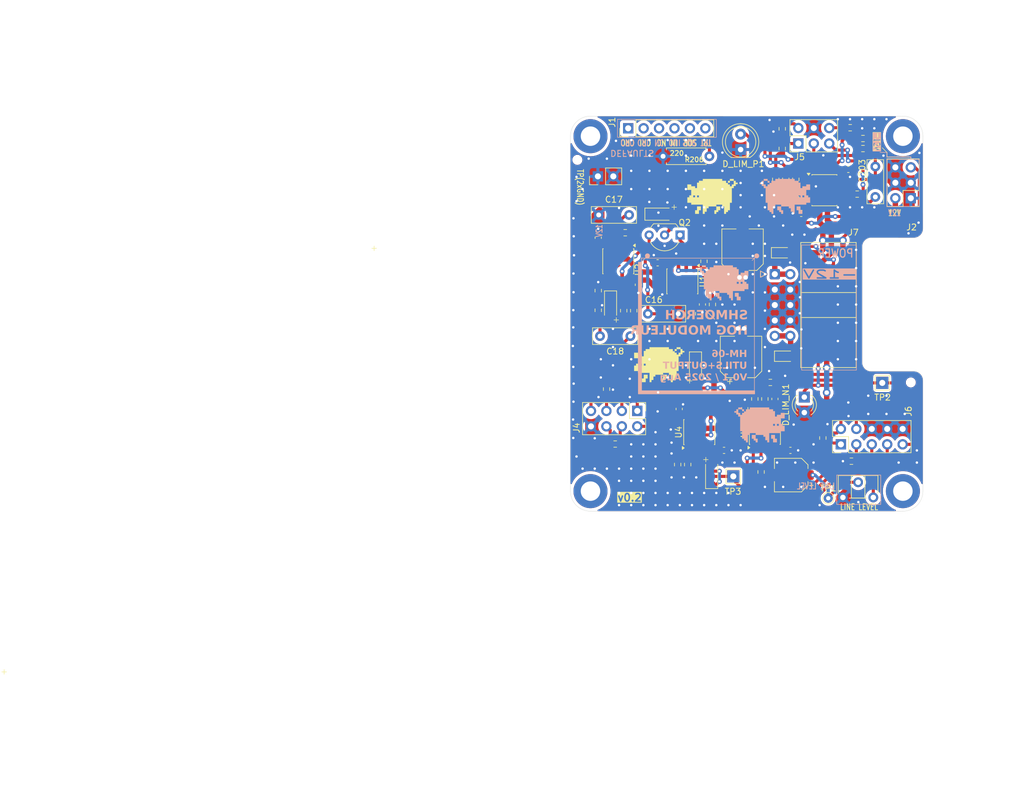
<source format=kicad_pcb>
(kicad_pcb (version 20241229) (generator "pcbnew") (generator_version "9.0")
  (layers (0 "F.Cu" signal) (2 "B.Cu" signal) (13 "F.Paste" user) (15 "B.Paste" user) (5 "F.SilkS" user "F.Silkscreen") (7 "B.SilkS" user "B.Silkscreen") (1 "F.Mask" user) (3 "B.Mask" user) (25 "Edge.Cuts" user))
  (net 0 "")
  (net 1 "GND")
  (net 2 "+12V")
  (net 3 "-12V")
  (net 4 "LFO_TRI")
  (net 5 "Net-(C203-Pad1)")
  (net 6 "OUTPUT_VOL_2")
  (net 7 "Net-(U2B--)")
  (net 8 "Net-(U5B--)")
  (net 9 "OUTPUT_LINE_OUT")
  (net 10 "Net-(Q2-S)")
  (net 11 "CRUSH_TRIG")
  (net 12 "Net-(U2A--)")
  (net 13 "Net-(D2-K)")
  (net 14 "Net-(D3-K)")
  (net 15 "Net-(D3-A)")
  (net 16 "Net-(D4-A)")
  (net 17 "Net-(D4-K)")
  (net 18 "Net-(D1-A)")
  (net 19 "RV_CRUSH_3")
  (net 20 "RV_CRUSH_1")
  (net 21 "CRUSH_OUT")
  (net 22 "RV_CRUSH_2")
  (net 23 "CRUSH_IN")
  (net 24 "CRUSH_TRIG_DEFAULT")
  (net 25 "Net-(U201B--)")
  (net 26 "LFO_SQR")
  (net 27 "OUTPUT_IN")
  (net 28 "Net-(C14-Pad1)")
  (net 29 "OUTPUT_DRIVE_1")
  (net 30 "OUTPUT_PHONES_OUT")
  (net 31 "Net-(Q2-D)")
  (net 32 "LFO_POT_1")
  (net 33 "Net-(U201A-+)")
  (net 34 "Net-(C14-Pad2)")
  (net 35 "Net-(R202-Pad2)")
  (net 36 "Net-(D15-A)")
  (net 37 "Net-(R203-Pad2)")
  (net 38 "Net-(R12-Pad2)")
  (net 39 "Net-(U4A--)")
  (net 40 "LFO_POT_3")
  (net 41 "OUTPUT_VOL_3")
  (net 48 "OUTPUT_DRIVE_3")
  (net 49 "LFO_POT_2")
  (net 50 "Net-(U4B--)")
  (net 51 "Net-(R210-Pad2)")
  (net 52 "Net-(#D5-A)")
  (net 53 "Net-(#D3-A)")
  (net 54 "Net-(#D13-A)")
  (footprint "Package_SO:SOIC-8_3.9x4.9mm_P1.27mm" (layer "F.Cu") (at 155.991 95.9412 90)
    (property "Reference" "U5")
    (property "Value" "TL072")
  )
  (footprint "Capacitor_SMD:CP_Elec_5x5.4" (layer "F.Cu") (at 160.322 103.055 180)
    (property "Reference" "C14")
    (property "Value" "10u")
  )
  (footprint "Resistor_SMD:R_0603_1608Metric" (layer "F.Cu") (at 159.433 54.414 -90)
    (property "Reference" "R203")
    (property "Value" "15k")
  )
  (footprint "Resistor_SMD:R_0603_1608Metric" (layer "F.Cu") (at 159.433 57.525 -90)
    (property "Reference" "R205")
    (property "Value" "100k")
  )
  (footprint "Package_SO:SOIC-8_3.9x4.9mm_P1.27mm" (layer "F.Cu") (at 145.196 95.9932 90)
    (property "Reference" "U4")
    (property "Value" "NE5532")
  )
  (footprint "Diode_SMD:D_SOD-123" (layer "F.Cu") (at 138.604 60.1295)
    (property "Reference" "D4")
    (property "Value" "1N4148")
  )
  (footprint "Shmoergh_Custom_Footprints:R_Axial_DIN0207_L6.3mm_D2.5mm_P7.62mm_Horizontal" (layer "F.Cu") (at 146.86 50.604 180)
    (property "Reference" "R206")
    (property "Value" "220")
  )
  (footprint "Resistor_SMD:R_0603_1608Metric" (layer "F.Cu") (at 170.228 100.769)
    (property "Reference" "R24")
    (property "Value" "22k")
  )
  (footprint "Resistor_SMD:R_0603_1608Metric" (layer "F.Cu") (at 145.97 67.8765 -90)
    (property "Reference" "R16")
    (property "Value" "1M")
  )
  (footprint "MountingHole:ToolingHole_1.152mm" (layer "F.Cu") (at 125.143 51.197)
    (property "Reference" "REF**" (hide yes))
    (property "Value" "ToolingHole_1.152mm")
  )
  (footprint "Shmoergh_Logo:Gyeszno" (layer "F.Cu") (at 138.605 84.894)
    (property "Reference" "G***" (hide yes))
    (property "Value" "LOGO" (hide yes))
  )
  (footprint "LED_THT:LED_D3.0mm" (layer "F.Cu") (at 162.481 90.228 -90)
    (property "Reference" "D_LIM_N1")
    (property "Value" "Red LED")
  )
  (footprint "Capacitor_SMD:C_0603_1608Metric" (layer "F.Cu") (at 161.973 60.002)
    (property "Reference" "C202")
    (property "Value" "100n")
  )
  (footprint "Resistor_SMD:R_0603_1608Metric" (layer "F.Cu") (at 143.291 101.3272 90)
    (property "Reference" "R15")
    (property "Value" "100")
  )
  (footprint "Resistor_SMD:R_0603_1608Metric" (layer "F.Cu") (at 172.133 47.683)
    (property "Reference" "R211")
    (property "Value" "10k")
  )
  (footprint "Resistor_SMD:R_0603_1608Metric" (layer "F.Cu") (at 157.782 54.414 -90)
    (property "Reference" "R207")
    (property "Value" "12k")
  )
  (footprint "MountingHole:MountingHole_3.2mm_M3_DIN965_Pad" (layer "F.Cu") (at 178.7 105.7)
    (property "Reference" "H2")
    (property "Value" "MountingHole")
  )
  (footprint "Resistor_SMD:R_0603_1608Metric" (layer "F.Cu") (at 161.084 57.462 90)
    (property "Reference" "R201")
    (property "Value" "5.1M")
  )
  (footprint "Resistor_SMD:R_0603_1608Metric" (layer "F.Cu") (at 170.0248 45.905)
    (property "Reference" "R204")
    (property "Value" "470k")
  )
  (footprint "Package_TO_SOT_THT:TO-92_Inline_Wide" (layer "F.Cu") (at 142.033 63.5585 180)
    (property "Reference" "Q2")
    (property "Value" "2N3819")
  )
  (footprint "Capacitor_THT:C_Rect_L7.2mm_W2.5mm_P5.00mm_FKS2_FKP2_MKS2_MKP2" (layer "F.Cu") (at 133.651 60.2565 180)
    (property "Reference" "C17")
    (property "Value" "100n (foil)")
  )
  (footprint "Resistor_SMD:R_0603_1608Metric" (layer "F.Cu") (at 133.016 63.1775)
    (property "Reference" "R18")
    (property "Value" "10k")
  )
  (footprint "Capacitor_SMD:C_0603_1608Metric" (layer "F.Cu") (at 169.72 52.763)
    (property "Reference" "C201")
    (property "Value" "100n")
  )
  (footprint "TestPoint:TestPoint_THTPad_2.0x2.0mm_Drill1.0mm" (layer "F.Cu") (at 175.308 87.8912)
    (property "Reference" "TP2")
    (property "Value" "MAINOUT")
  )
  (footprint "Resistor_SMD:R_0603_1608Metric" (layer "F.Cu") (at 171.181 56.827)
    (property "Reference" "R209")
    (property "Value" "1M")
  )
  (footprint "Resistor_SMD:R_0603_1608Metric" (layer "F.Cu") (at 158.8488 49.334 90)
    (property "Reference" "R208")
    (property "Value" "1k")
  )
  (footprint "Capacitor_SMD:C_0603_1608Metric" (layer "F.Cu") (at 152.689 92.0692 90)
    (property "Reference" "C10")
    (property "Value" "100n")
  )
  (footprint "MountingHole:MountingHole_3.2mm_M3_DIN965_Pad" (layer "F.Cu") (at 127.3 47.3)
    (property "Reference" "H1")
    (property "Value" "MountingHole")
  )
  (footprint "Resistor_SMD:R_0603_1608Metric" (layer "F.Cu") (at 155.369 102.547 -90)
    (property "Reference" "R29")
    (property "Value" "10k")
  )
  (footprint "Resistor_SMD:R_0603_1608Metric" (layer "F.Cu") (at 156.893 87.815)
    (property "Reference" "R13")
    (property "Value" "1k")
  )
  (footprint "Resistor_SMD:R_0603_1608Metric" (layer "F.Cu") (at 131.366 97.9496)
    (property "Reference" "R19")
    (property "Value" "100k")
  )
  (footprint "Diode_SMD:D_SOD-123" (layer "F.Cu") (at 144.574 85.148 -90)
    (property "Reference" "D15")
    (property "Value" "1N4148")
  )
  (footprint "Connector_PinHeader_2.54mm:PinHeader_2x03_P2.54mm_Vertical" (layer "F.Cu") (at 180 57.5 180)
    (property "Reference" "J2")
    (property "Value" "Conn_02x03_Odd_Even")
  )
  (footprint "Diode_SMD:D_SOD-123" (layer "F.Cu") (at 147.241 102.928 90)
    (property "Reference" "D16")
    (property "Value" "1N4148")
  )
  (footprint "TestPoint:TestPoint_THTPad_2.0x2.0mm_Drill1.0mm" (layer "F.Cu") (at 150.797 103.27)
    (property "Reference" "TP3")
    (property "Value" "PHONES_OUT")
  )
  (footprint "Capacitor_THT:C_Rect_L7.0mm_W2.5mm_P5.00mm" (layer "F.Cu") (at 174.165 52.295 -90)
    (property "Reference" "C203")
    (property "Value" "3.3n (foil)")
  )
  (footprint "Diode_SMD:D_SOD-123" (layer "F.Cu") (at 130.603 75.1155 -90)
    (property "Reference" "D3")
    (property "Value" "1N4148")
  )
  (footprint "Package_SO:SOIC-8_3.9x4.9mm_P1.27mm" (layer "F.Cu") (at 165.783 56.192)
    (property "Reference" "U201")
    (property "Value" "TL072")
  )
  (footprint "Capacitor_SMD:C_0603_1608Metric" (layer "F.Cu") (at 138.35 68.1305)
    (property "Reference" "C2")
    (property "Value" "100n")
  )
  (footprint "Connector_PinHeader_2.54mm:PinHeader_2x04_P2.54mm_Vertical" (layer "F.Cu") (at 135 92.5 -90)
    (property "Reference" "J4")
    (property "Value" "Conn_02x04_Odd_Even")
  )
  (footprint "Resistor_SMD:R_0603_1608Metric" (layer "F.Cu") (at 165.529 96.959 -90)
    (property "Reference" "R25")
    (property "Value" "1k")
  )
  (footprint "Capacitor_SMD:C_0603_1608Metric" (layer "F.Cu") (at 135.175 71.7485 -90)
    (property "Reference" "C3")
    (property "Value" "100n")
  )
  (footprint "Capacitor_SMD:C_0603_1608Metric" (layer "F.Cu") (at 157.642 90.5322 90)
    (property "Reference" "C15")
    (property "Value" "100p")
  )
  (footprint "Capacitor_THT:C_Rect_L7.2mm_W2.5mm_P5.00mm_FKS2_FKP2_MKS2_MKP2" (layer "F.Cu") (at 133.865 80.1955 180)
    (property "Reference" "C18")
    (property "Value" "1n (foil)")
  )
  (footprint "Capacitor_SMD:C_0603_1608Metric" (layer "F.Cu") (at 160.195 98.991 180)
    (property "Reference" "C11")
    (property "Value" "100n")
  )
  (footprint "Resistor_SMD:R_0603_1608Metric" (layer "F.Cu") (at 155.991 90.5322 -90)
    (property "Reference" "R11")
    (property "Value" "4.7k")
  )
  (footprint "TestPoint:TestPoint_THTPad_D1.5mm_Drill0.7mm" (layer "F.Cu") (at 166.418 106.865)
    (property "Reference" "TP1")
    (property "Value" "MAX_LINEOUT")
  )
  (footprint "Connector_PinHeader_2.54mm:PinHeader_2x03_P2.54mm_Vertical" (layer "F.Cu") (at 161.5 48.5 90)
    (property "Reference" "J5")
    (property "Value" "Conn_02x03_Odd_Even")
  )
  (footprint "Capacitor_SMD:C_0603_1608Metric" (layer "F.Cu") (at 149.273 98.991 180)
    (property "Reference" "C13")
    (property "Value" "100n")
  )
  (footprint "Resistor_SMD:R_0603_1608Metric" (layer "F.Cu") (at 132.762 76.0045 90)
    (property "Reference" "R1")
    (property "Value" "33k")
  )
  (footprint "Capacitor_SMD:CP_Elec_6.3x7.7" (layer "F.Cu") (at 152.067 83.624 90)
    (property "Reference" "C8")
    (property "Value" "100u")
  )
  (footprint "Connector_PinHeader_2.54mm:PinHeader_1x02_P2.54mm_Vertical" (layer "F.Cu") (at 128.5162 53.906 90)
    (property "Reference" "J3")
    (property "Value" "Conn_01x02")
  )
  (footprint "LED_THT:LED_D5.0mm" (layer "F.Cu") (at 152 49.5 90)
    (property "Reference" "D_LIM_P1")
    (property "Value" "Red LED")
  )
  (footprint "Resistor_SMD:R_0603_1608Metric" (layer "F.Cu") (at 154.34 90.5322 -90)
    (property "Reference" "R12")
    (property "Value" "150")
  )
  (footprint "Diode_SMD:D_SOD-323" (layer "F.Cu") (at 158.671 66.479)
    (property "Reference" "D2")
    (property "Value" "1N5817")
  )
  (footprint "Connector_PinHeader_2.54mm:PinHeader_1x06_P2.54mm_Vertical" (layer "F.Cu") (at 133.5 46 90)
    (property "Reference" "J1")
    (property "Value" "Conn_01x06")
  )
  (footprint "MountingHole:MountingHole_3.2mm_M3_DIN965_Pad" (layer "F.Cu") (at 178.7 47.3)
    (property "Reference" "H4")
    (property "Value" "MountingHole")
  )
  (footprint "Resistor_SMD:R_0603_1608Metric" (layer "F.Cu") (at 161.084 54.414 90)
    (property "Reference" "R202")
    (property "Value" "200k")
  )
  (footprint "Shmoergh_Logo:Gyeszno" (layer "F.Cu") (at 147.368 57.208)
    (property "Reference" "G***" (hide yes))
    (property "Value" "LOGO" (hide yes))
  )
  (footprint "Package_SO:SOIC-8_3.9x4.9mm_P1.27mm" (layer "F.Cu") (at 142.414 71.1785 -90)
    (property "Reference" "U1")
    (property "Value" "TL072")
  )
  (footprint "Connector_IDC:IDC-Header_2x05_P2.54mm_Horizontal" (layer "F.Cu") (at 157.6245 70)
    (property "Reference" "J7")
    (property "Value" "Conn_02x05_Odd_Even")
  )
  (footprint "Connector_PinHeader_2.54mm:PinHeader_2x05_P2.54mm_Vertical" (layer "F.Cu") (at 168.5 98 90)
    (property "Reference" "J6")
    (property "Value" "Conn_02x05_Odd_Even")
  )
  (footprint "Capacitor_THT:C_Rect_L7.2mm_W2.5mm_P5.00mm_FKS2_FKP2_MKS2_MKP2" (layer "F.Cu") (at 136.739 76.5125)
    (property "Reference" "C16")
    (property "Value" "100n (foil)")
  )
  (footprint "Capacitor_SMD:CP_Elec_6.3x7.7" (layer "F.Cu") (at 152.321 65.971 90)
    (property "Reference" "C9")
    (property "Value" "100u")
  )
  (footprint "Diode_SMD:D_SOD-323" (layer "F.Cu") (at 159.179 83.497)
    (property "Reference" "D1")
    (property "Value" "1N5817")
  )
  (footprint "MountingHole:MountingHole_3.2mm_M3_DIN965_Pad" (layer "F.Cu") (at 127.3 105.7)
    (property "Reference" "H3")
    (property "Value" "MountingHole")
  )
  (footprint "Package_SO:SOIC-8_3.9x4.9mm_P1.27mm" (layer "F.Cu") (at 131.873 67.8765 -90)
    (property "Reference" "U2")
    (property "Value" "TL072")
  )
  (footprint "Resistor_SMD:R_0603_1608Metric" (layer "F.Cu") (at 134.413 76.0045 90)
    (property "Reference" "R22")
    (property "Value" "100k")
  )
  (footprint "Resistor_SMD:R_0603_1608Metric" (layer "F.Cu") (at 158.8488 46.0828 90)
    (property "Reference" "R212")
    (property "Value" "1k")
  )
  (footprint "Resistor_SMD:R_0603_1608Metric" (layer "F.Cu") (at 141.64 101.3272 90)
    (property "Reference" "R14")
    (property "Value" "100")
  )
  (footprint "MountingHole:ToolingHole_1.152mm" (layer "F.Cu") (at 180.007 87.815)
    (property "Reference" "REF**" (hide yes))
    (property "Value" "ToolingHole_1.152mm")
  )
  (footprint "Potentiometer_THT:Potentiometer_ACP_CA6-H2,5_Horizontal" (layer "F.Cu") (at 168.831 106.738 90)
    (property "Reference" "RV_LINE_OUT_LVL1")
    (property "Value" "10k")
  )
  (footprint "Resistor_SMD:R_0603_1608Metric" (layer "F.Cu") (at 144.065 76.5125 -90)
    (property "Reference" "R17")
    (property "Value" "1k")
  )
  (footprint "Capacitor_SMD:C_0603_1608Metric" (layer "F.Cu") (at 141.894 92.1832 90)
    (property "Reference" "C12")
    (property "Value" "100n")
  )
  (footprint "Resistor_SMD:R_0603_1608Metric" (layer "F.Cu") (at 128.571 72.7025 -90)
    (property "Reference" "R23")
    (property "Value" "100k")
  )
  (footprint "Capacitor_SMD:C_0603_1608Metric" (layer "F.Cu") (at 128.571 64.0015 -90)
    (property "Reference" "C4")
    (property "Value" "100n")
  )
  (footprint "Resistor_SMD:R_0603_1608Metric" (layer "F.Cu") (at 172.133 49.334 180)
    (property "Reference" "R210")
    (property "Value" "2k")
  )
  (footprint "Resistor_SMD:R_0603_1608Metric" (layer "F.Cu") (at 128.571 75.9415 -90)
    (property "Reference" "R21")
    (property "Value" "100k")
  )
  (footprint "Resistor_SMD:R_0603_1608Metric" (layer "F.Cu") (at 129.9436 88.9072 -90)
    (property "Reference" "R20")
    (property "Value" "4.7k")
  )
  (footprint "Capacitor_SMD:C_0603_1608Metric" (layer "F.Cu") (at 145.716 74.9885 -90)
    (property "Reference" "C1")
    (property "Value" "100n")
  )
  (footprint "Resistor_SMD:R_0603_1608Metric" (layer "F.Cu") (at 147.368 74.988 90)
    (property "Reference" "R10")
    (property "Value" "10k")
  )
  (footprint "Shmoergh_Logo:Gyeszno" (layer "B.Cu") (at 159.306 57.208 180)
    (property "Reference" "G***" (hide yes))
    (property "Value" "LOGO" (hide yes))
  )
  (footprint "Shmoergh_Logo:Gyeszno" (layer "B.Cu") (at 155.115 94.8 180)
    (property "Reference" "G***" (hide yes))
    (property "Value" "LOGO" (hide yes))
  )
  (footprint "Shmoergh_Logo:Gyeszno" (layer "B.Cu") (at 149.146 71.432 180)
    (property "Reference" "G***" (hide yes))
    (property "Value" "LOGO" (hide yes))
  )
  (gr_line (start 180.007 50.731) (end 180.007 50.858) (stroke (width 0.1)) (layer "F.SilkS"))
  (gr_line (start 176.07 50.731) (end 180.007 50.731) (stroke (width 0.1)) (layer "F.SilkS"))
  (gr_line (start 175.308 49.207) (end 176.07 49.969) (stroke (width 0.1)) (layer "F.SilkS"))
  (gr_line (start 176.07 49.969) (end 176.07 50.731) (stroke (width 0.1)) (layer "F.SilkS"))
  (gr_rect (start 176.07 51.112) (end 181.404 58.859) (stroke (width 0.1)) (fill no) (layer "B.SilkS"))
  (gr_rect (start 162.0365 65.209) (end 171.0535 85.783) (stroke (width 0.1)) (fill no) (layer "B.SilkS"))
  (gr_line (start 155.242 70.501) (end 155.242 69.485) (stroke (width 0.1)) (layer "B.SilkS"))
  (gr_line (start 153.896 67.743) (end 154.646 66.993) (stroke (width 0.1)) (layer "B.SilkS"))
  (gr_line (start 154.271 89.17775) (end 135.684 89.17775) (stroke (width 0.1)) (layer "B.SilkS"))
  (gr_line (start 156.258 69.993) (end 155.242 70.501) (stroke (width 0.1)) (layer "B.SilkS"))
  (gr_circle (center 136.674 66.993) (end 136.424 66.743) (stroke (width 0.1)) (fill yes) (layer "B.SilkS"))
  (gr_rect (start 167.815 103.055) (end 175.054 107.881) (stroke (width 0.1)) (fill no) (layer "B.SilkS"))
  (gr_line (start 176.07 50.731) (end 180.007 50.731) (stroke (width 0.1)) (layer "B.SilkS"))
  (gr_rect (start 135.176 68.030125) (end 135.676 89.229125) (stroke (width 0.1)) (fill yes) (layer "B.SilkS"))
  (gr_circle (center 154.646 66.993) (end 154.396 66.743) (stroke (width 0.1)) (fill yes) (layer "B.SilkS"))
  (gr_line (start 154.271 67.368) (end 154.271 89.17775) (stroke (width 0.1)) (layer "B.SilkS"))
  (gr_line (start 154.271 67.368) (end 135.684 67.368) (stroke (width 0.1)) (layer "B.SilkS"))
  (gr_rect (start 131.747 44.5195) (end 148.003 47.4805) (stroke (width 0.1)) (fill no) (layer "B.SilkS"))
  (gr_line (start 155.242 69.485) (end 156.258 69.993) (stroke (width 0.1)) (layer "B.SilkS"))
  (gr_line (start 135.924 67.743) (end 136.674 66.993) (stroke (width 0.1)) (layer "B.SilkS"))
  (gr_rect (start 135.176 89.229125) (end 154.315 89.702875) (stroke (width 0.1)) (fill yes) (layer "B.SilkS"))
  (gr_line (start 176.07 49.969) (end 176.07 50.731) (stroke (width 0.1)) (layer "B.SilkS"))
  (gr_line (start 174.927 49.969) (end 176.07 49.969) (stroke (width 0.1)) (layer "B.SilkS"))
  (gr_line (start 180.007 50.731) (end 180.007 50.985) (stroke (width 0.1)) (layer "B.SilkS"))
  (gr_line (start 135.684 89.212) (end 135.684 67.368) (stroke (width 0.1)) (layer "B.SilkS"))
  (gr_arc (start 182 105.7) (mid 181.033452 108.033452) (end 178.7 109) (stroke (width 0.05)) (layer "Edge.Cuts"))
  (gr_line (start 173.5 64) (end 180.5 64) (stroke (width 0.05)) (layer "Edge.Cuts"))
  (gr_line (start 127.3 44) (end 178.7 44) (stroke (width 0.05)) (layer "Edge.Cuts"))
  (gr_arc (start 178.7 44) (mid 181.033452 44.966548) (end 182 47.3) (stroke (width 0.05)) (layer "Edge.Cuts"))
  (gr_arc (start 172 65.5) (mid 172.43934 64.43934) (end 173.5 64) (stroke (width 0.05)) (layer "Edge.Cuts"))
  (gr_line (start 172 84.5) (end 172 65.5) (stroke (width 0.05)) (layer "Edge.Cuts"))
  (gr_line (start 180.5 86) (end 173.5 86) (stroke (width 0.05)) (layer "Edge.Cuts"))
  (gr_arc (start 127.3 109) (mid 124.966548 108.033452) (end 124 105.7) (stroke (width 0.05)) (layer "Edge.Cuts"))
  (gr_line (start 178.7 109) (end 127.3 109) (stroke (width 0.05)) (layer "Edge.Cuts"))
  (gr_arc (start 124 47.3) (mid 124.966548 44.966548) (end 127.3 44) (stroke (width 0.05)) (layer "Edge.Cuts"))
  (gr_line (start 124 47.3) (end 124 105.7) (stroke (width 0.05)) (layer "Edge.Cuts"))
  (gr_arc (start 180.5 86) (mid 181.56066 86.43934) (end 182 87.5) (stroke (width 0.05)) (layer "Edge.Cuts"))
  (gr_arc (start 173.5 86) (mid 172.43934 85.56066) (end 172 84.5) (stroke (width 0.05)) (layer "Edge.Cuts"))
  (gr_line (start 182 87.5) (end 182 105.7) (stroke (width 0.05)) (layer "Edge.Cuts"))
  (gr_arc (start 182 62.5) (mid 181.56066 63.56066) (end 180.5 64) (stroke (width 0.05)) (layer "Edge.Cuts"))
  (gr_line (start 182 47.3) (end 182 62.5) (stroke (width 0.05)) (layer "Edge.Cuts"))
  (gr_text "+" (at 30.147 135.948 0) (layer "F.SilkS") (effects (font (size 1 1) (thickness 0.1)) (justify left bottom)))
  (gr_text "+" (at 142.923 88.069 0) (layer "F.SilkS") (effects (font (size 1 1) (thickness 0.1)) (justify left bottom)))
  (gr_text "IN" (at 141.018 47.754 180) (layer "F.SilkS") (effects (font (size 1 0.75) (thickness 0.17) (bold yes)) (justify bottom)))
  (gr_text "SQR" (at 143.685 47.754 180) (layer "F.SilkS") (effects (font (size 1 0.75) (thickness 0.17) (bold yes)) (justify bottom)))
  (gr_text "CRI" (at 136.319 47.754 180) (layer "F.SilkS") (effects (font (size 1 0.75) (thickness 0.17) (bold yes)) (justify bottom)))
  (gr_text "TP(2xGND)" (at 125.016 52.636 270) (layer "F.SilkS") (effects (font (size 1 0.75) (thickness 0.15) (bold yes)) (justify left bottom)))
  (gr_text "12V" (at 176.197 60.51 0) (layer "F.SilkS") (effects (font (size 1 0.75) (thickness 0.15) (bold yes)) (justify left bottom)))
  (gr_text "+" (at 91.02 66.265 0) (layer "F.SilkS") (effects (font (size 1 1) (thickness 0.1)) (justify left bottom)))
  (gr_text "+" (at 140.383 59.494 0) (layer "F.SilkS") (effects (font (size 1 1) (thickness 0.1)) (justify left bottom)))
  (gr_text "v0.2" (at 131.62 107.5 0) (layer "F.SilkS" knockout) (effects (font (size 1.25 1.25) (thickness 0.25) (bold yes)) (justify left bottom)))
  (gr_text "LINE LEVEL" (at 171.498 108.897 0) (layer "F.SilkS") (effects (font (size 1 0.75) (thickness 0.15) (bold yes)) (justify bottom)))
  (gr_text "TRI" (at 146.352 47.754 180) (layer "F.SilkS") (effects (font (size 1 0.75) (thickness 0.17) (bold yes)) (justify bottom)))
  (gr_text "NC" (at 138.986 47.754 180) (layer "F.SilkS") (effects (font (size 1 0.75) (thickness 0.17) (bold yes)) (justify bottom)))
  (gr_text "CRO" (at 133.398 47.754 180) (layer "F.SilkS") (effects (font (size 1 0.75) (thickness 0.17) (bold yes)) (justify bottom)))
  (gr_text "+" (at 145.59 101.023 0) (layer "F.SilkS") (effects (font (size 1 1) (thickness 0.1)) (justify left bottom)))
  (gr_text "+" (at 130.858 78.036 0) (layer "F.SilkS") (effects (font (size 1 1) (thickness 0.1)) (justify left bottom)))
  (gr_text "-12V" (at 173.784 46.54 270) (layer "F.SilkS" knockout) (effects (font (size 1 0.75) (thickness 0.15) (bold yes)) (justify left bottom)))
  (gr_text "LINE LEVEL" (at 164.386 105.468 0) (layer "B.SilkS") (effects (font (size 1 0.75) (thickness 0.15) (bold yes)) (justify bottom mirror)))
  (gr_text "SHMØERGH \nHOG MODULEUR" (at 153.21 80.195 0) (layer "B.SilkS") (effects (font (size 1.5 1.5) (thickness 0.28) (bold yes)) (justify left bottom mirror)))
  (gr_text "OUI" (at 141.145 47.754 180) (layer "B.SilkS") (effects (font (size 1 0.75) (thickness 0.15) (bold yes)) (justify bottom mirror)))
  (gr_text "CRI" (at 135.938 47.754 180) (layer "B.SilkS") (effects (font (size 1 0.75) (thickness 0.15) (bold yes)) (justify bottom mirror)))
  (gr_text "NC" (at 138.605 47.754 180) (layer "B.SilkS") (effects (font (size 1 0.75) (thickness 0.15) (bold yes)) (justify bottom mirror)))
  (gr_text "-12V" (at 175.054 48.191 90) (layer "B.SilkS" knockout) (effects (font (size 1 0.75) (thickness 0.15) (bold yes)) (justify bottom mirror)))
  (gr_text "TRI" (at 146.225 47.754 180) (layer "B.SilkS") (effects (font (size 1 0.75) (thickness 0.15) (bold yes)) (justify bottom mirror)))
  (gr_text "12V" (at 129.333 62.86 90) (layer "B.SilkS") (effects (font (size 1 0.75) (thickness 0.15) (bold yes)) (justify bottom mirror)))
  (gr_text "HM-06\nUTILS+OUTPUT\nV0.1 / 2025 Aug" (at 153.083 87.688 0) (layer "B.SilkS") (effects (font (size 1.15 1.15) (thickness 0.2) (bold yes)) (justify left bottom mirror)))
  (gr_text "SQR" (at 143.558 47.754 180) (layer "B.SilkS") (effects (font (size 1 0.75) (thickness 0.15) (bold yes)) (justify bottom mirror)))
  (gr_text "CRO" (at 133.398 47.754 180) (layer "B.SilkS") (effects (font (size 1 0.75) (thickness 0.15) (bold yes)) (justify bottom mirror)))
  (gr_text "DEFAULTS" (at 134.16 49.5 180) (layer "B.SilkS") (effects (font (size 1 1) (thickness 0.15) (bold yes)) (justify bottom mirror)))
  (gr_text "12V" (at 177.34 60.51 0) (layer "B.SilkS") (effects (font (size 1 0.75) (thickness 0.15) (bold yes)) (justify bottom mirror)))
  (gr_text "-12V" (at 171.4345 70.797 0) (layer "B.SilkS" knockout) (effects (font (size 1.3 2.25) (thickness 0.25) (bold yes)) (justify left bottom mirror)))
  (gr_text "POWER" (at 170.6725 67.368 0) (layer "B.SilkS") (effects (font (size 1.35 1.15) (thickness 0.2) (bold yes)) (justify left bottom mirror)))
  (via (at 138 102) (size 0.8) (drill 0.4) (layers "F.Cu" "B.Cu") (net 1))
  (via (at 168 59) (size 0.8) (drill 0.4) (layers "F.Cu" "B.Cu") (net 1))
  (via (at 156.682779 85.941926) (size 0.8) (drill 0.4) (layers "F.Cu" "B.Cu") (net 1))
  (via (at 146 59) (size 0.8) (drill 0.4) (layers "F.Cu" "B.Cu") (net 1))
  (via (at 146 47.937) (size 0.8) (drill 0.4) (layers "F.Cu" "B.Cu") (net 1))
  (via (at 131.493 48.064) (size 0.8) (drill 0.4) (layers "F.Cu" "B.Cu") (net 1))
  (via (at 124.530618 88.012125) (size 0.8) (drill 0.4) (layers "F.Cu" "B.Cu") (net 1))
  (via (at 157.5 60.5) (size 0.8) (drill 0.4) (layers "F.Cu" "B.Cu") (net 1))
  (via (at 148 65) (size 0.8) (drill 0.4) (layers "F.Cu" "B.Cu") (net 1))
  (via (at 151.559 78.925) (size 1.27) (drill 0.75) (layers "F.Cu" "B.Cu") (net 1))
  (via (at 152 53) (size 0.8) (drill 0.4) (layers "F.Cu" "B.Cu") (net 1))
  (via (at 151.813 70.543) (size 1.27) (drill 0.75) (layers "F.Cu" "B.Cu") (net 1))
  (via (at 132 59.1135) (size 0.8) (drill 0.4) (layers "F.Cu" "B.Cu") (net 1))
  (via (at 148 78) (size 0.8) (drill 0.4) (layers "F.Cu" "B.Cu") (net 1))
  (via (at 128.618368 90.224222) (size 0.8) (drill 0.4) (layers "F.Cu" "B.Cu") (net 1))
  (via (at 152.689 90.6592) (size 0.8) (drill 0.4) (layers "F.Cu" "B.Cu") (net 1))
  (via (at 143 53) (size 0.8) (drill 0.4) (layers "F.Cu" "B.Cu") (net 1))
  (via (at 181.277 61.526) (size 0.8) (drill 0.4) (layers "F.Cu" "B.Cu") (net 1))
  (via (at 161.465 98.991) (size 0.8) (drill 0.4) (layers "F.Cu" "B.Cu") (net 1))
  (via (at 149 50) (size 0.8) (drill 0.4) (layers "F.Cu" "B.Cu") (net 1))
  (via (at 140 53) (size 0.8) (drill 0.4) (layers "F.Cu" "B.Cu") (net 1))
  (via (at 138.477 62.0345) (size 0.8) (drill 0.4) (layers "F.Cu" "B.Cu") (net 1))
  (via (at 140 108) (size 0.8) (drill 0.4) (layers "F.Cu" "B.Cu") (net 1))
  (via (at 125 58) (size 0.8) (drill 0.4) (layers "F.Cu" "B.Cu") (net 1))
  (via (at 137 79) (size 0.8) (drill 0.4) (layers "F.Cu" "B.Cu") (net 1))
  (via (at 169.72 91.117) (size 0.8) (drill 0.4) (layers "F.Cu" "B.Cu") (net 1))
  (via (at 124.544309 63.763681) (size 0.8) (drill 0.4) (layers "F.Cu" "B.Cu") (net 1))
  (via (at 157.5 59) (size 0.8) (drill 0.4) (layers "F.Cu" "B.Cu") (net 1))
  (via (at 128 102) (size 0.8) (drill 0.4) (layers "F.Cu" "B.Cu") (net 1))
  (via (at 138 106) (size 0.8) (drill 0.4) (layers "F.Cu" "B.Cu") (net 1))
  (via (at 137 50.5) (size 0.8) (drill 0.4) (layers "F.Cu" "B.Cu") (net 1))
  (via (at 138.477 59.8755) (size 0.8) (drill 0.4) (layers "F.Cu" "B.Cu") (net 1))
  (via (at 164.386 55.557) (size 0.8) (drill 0.4) (layers "F.Cu" "B.Cu") (net 1))
  (via (at 148 108) (size 0.8) (drill 0.4) (layers "F.Cu" "B.Cu") (net 1))
  (via (at 155.5 55) (size 0.8) (drill 0.4) (layers "F.Cu" "B.Cu") (net 1))
  (via (at 168 81) (size 0.8) (drill 0.4) (layers "F.Cu" "B.Cu") (net 1))
  (via (at 154.353 85.402) (size 0.8) (drill 0.4) (layers "F.Cu" "B.Cu") (net 1))
  (via (at 161 101) (size 0.8) (drill 0.4) (layers "F.Cu" "B.Cu") (net 1))
  (via (at 166.291 94.673) (size 0.8) (drill 0.4) (layers "F.Cu" "B.Cu") (net 1))
  (via (at 143 47.937) (size 0.8) (drill 0.4) (layers "F.Cu" "B.Cu") (net 1))
  (via (at 134 56) (size 0.8) (drill 0.4) (layers "F.Cu" "B.Cu") (net 1))
  (via (at 150.543 98.991) (size 0.8) (drill 0.4) (layers "F.Cu" "B.Cu") (net 1))
  (via (at 179 93) (size 0.8) (drill 0.4) (layers "F.Cu" "B.Cu") (net 1))
  (via (at 172 44.5) (size 0.8) (drill 0.4) (layers "F.Cu" "B.Cu") (net 1))
  (via (at 156 76) (size 0.8) (drill 0.4) (layers "F.Cu" "B.Cu") (net 1))
  (via (at 134 102) (size 0.8) (drill 0.4) (layers "F.Cu" "B.Cu") (net 1))
  (via (at 171 72) (size 0.8) (drill 0.4) (layers "F.Cu" "B.Cu") (net 1))
  (via (at 168 75) (size 0.8) (drill 0.4) (layers "F.Cu" "B.Cu") (net 1))
  (via (at 170 54) (size 0.8) (drill 0.4) (layers "F.Cu" "B.Cu") (net 1))
  (via (at 149 101) (size 0.8) (drill 0.4) (layers "F.Cu" "B.Cu") (net 1))
  (via (at 140 79) (size 0.8) (drill 0.4) (layers "F.Cu" "B.Cu") (net 1))
  (via (at 146.142497 87.161463) (size 0.8) (drill 0.4) (layers "F.Cu" "B.Cu") (net 1))
  (via (at 143 56) (size 0.8) (drill 0.4) (layers "F.Cu" "B.Cu") (net 1))
  (via (at 140.637 97.721) (size 0.8) (drill 0.4) (layers "F.Cu" "B.Cu") (net 1))
  (via (at 136 108) (size 0.8) (drill 0.4) (layers "F.Cu" "B.Cu") (net 1))
  (via (at 149 56) (size 0.8) (drill 0.4) (layers "F.Cu" "B.Cu") (net 1))
  (via (at 154 65) (size 0.8) (drill 0.4) (layers "F.Cu" "B.Cu") (net 1))
  (via (at 155 62) (size 0.8) (drill 0.4) (layers "F.Cu" "B.Cu") (net 1))
  (via (at 140.637 103.436) (size 0.8) (drill 0.4) (layers "F.Cu" "B.Cu") (net 1))
  (via (at 154 73) (size 0.8) (drill 0.4) (layers "F.Cu" "B.Cu") (net 1))
  (via (at 176 44.5) (size 0.8) (drill 0.4) (layers "F.Cu" "B.Cu") (net 1))
  (via (at 181 101) (size 0.8) (drill 0.4) (layers "F.Cu" "B.Cu") (net 1))
  (via (at 141.398 66.6065) (size 0.8) (drill 0.4) (layers "F.Cu" "B.Cu") (net 1))
  (via (at 134 100) (size 0.8) (drill 0.4) (layers "F.Cu" "B.Cu") (net 1))
  (via (at 145.939241 85.012755) (size 0.8) (drill 0.4) (layers "F.Cu" "B.Cu") (net 1))
  (via (at 124.500197 69.895225) (size 0.8) (drill 0.4) (layers "F.Cu" "B.Cu") (net 1))
  (via (at 155.5 53) (size 0.8) (drill 0.4) (layers "F.Cu" "B.Cu") (net 1))
  (via (at 140 47.937) (size 0.8) (drill 0.4) (layers "F.Cu" "B.Cu") (net 1))
  (via (at 129.206 75.1155) (size 0.8) (drill 0.4) (layers "F.Cu" "B.Cu") (net 1))
  (via (at 133.767668 90.221691) (size 0.8) (drill 0.4) (layers "F.Cu" "B.Cu") (net 1))
  (via (at 124.500197 60.808189) (size 0.8) (drill 0.4) (layers "F.Cu" "B.Cu") (net 1))
  (via (at 157.5 57) (size 0.8) (drill 0.4) (layers "F.Cu" "B.Cu") (net 1))
  (via (at 134 53) (size 0.8) (drill 0.4) (layers "F.Cu" "B.Cu") (net 1))
  (via (at 159 62) (size 0.8) (drill 0.4) (layers "F.Cu" "B.Cu") (net 1))
  (via (at 170 44.5) (size 0.8) (drill 0.4) (layers "F.Cu" "B.Cu") (net 1))
  (via (at 138 96) (size 0.8) (drill 0.4) (layers "F.Cu" "B.Cu") (net 1))
  (via (at 156 65) (size 0.8) (drill 0.4) (layers "F.Cu" "B.Cu") (net 1))
  (via (at 124.468034 85.25842) (size 0.8) (drill 0.4) (layers "F.Cu" "B.Cu") (net 1))
  (via (at 129 87) (size 0.8) (drill 0.4) (layers "F.Cu" "B.Cu") (net 1))
  (via (at 128.571 62.5425) (size 0.8) (drill 0.4) (layers "F.Cu" "B.Cu") (net 1))
  (via (at 171.371 107.5) (size 0.8) (drill 0.4) (layers "F.Cu" "B.Cu") (net 1))
  (via (at 135.175 73.0835) (size 0.8) (drill 0.4) (layers "F.Cu" "B.Cu") (net 1))
  (via (at 136 100) (size 0.8) (drill 0.4) (layers "F.Cu" "B.Cu") (net 1))
  (via (at 156 79) (size 0.8) (drill 0.4) (layers "F.Cu" "B.Cu") (net 1))
  (via (at 145.716 76.2585) (size 0.8) (drill 0.4) (layers "F.Cu" "B.Cu") (net 1))
  (via (at 125 54) (size 0.8) (drill 0.4) (layers "F.Cu" "B.Cu") (net 1))
  (via (at 139.953863 58.207613) (size 0.8) (drill 0.4) (layers "F.Cu" "B.Cu") (net 1))
  (via (at 132 106) (size 0.8) (drill 0.4) (layers "F.Cu" "B.Cu") (net 1))
  (via (at 171 78) (size 0.8) (drill 0.4) (layers "F.Cu" "B.Cu") (net 1))
  (via (at 146 53) (size 0.8) (drill 0.4) (layers "F.Cu" "B.Cu") (net 1))
  (via (at 155.5 57) (size 0.8) (drill 0.4) (layers "F.Cu" "B.Cu") (net 1))
  (via (at 137 56) (size 0.8) (drill 0.4) (layers "F.Cu" "B.Cu") (net 1))
  (via (at 138.350233 92.58137) (size 0.8) (drill 0.4) (layers "F.Cu" "B.Cu") (net 1))
  (via (at 142 106) (size 0.8) (drill 0.4) (layers "F.Cu" "B.Cu") (net 1))
  (via (at 131 82) (size 0.8) (drill 0.4) (layers "F.Cu" "B.Cu") (net 1))
  (via (at 160.5 63.5) (size 0.8) (drill 0.4) (layers "F.Cu" "B.Cu") (net 1))
  (via (at 168 84) (size 0.8) (drill 0.4) (layers "F.Cu" "B.Cu") (net 1))
  (via (at 168 72) (size 0.8) (drill 0.4) (layers "F.Cu" "B.Cu") (net 1))
  (via (at 124.466778 96.95142) (size 0.8) (drill 0.4) (layers "F.Cu" "B.Cu") (net 1))
  (via (at 151 101) (size 0.8) (drill 0.4) (layers "F.Cu" "B.Cu") (net 1))
  (via (at 124.588421 66.895621) (size 0.8) (drill 0.4) (layers "F.Cu" "B.Cu") (net 1))
  (via (at 140.51 95.562) (size 0.8) (drill 0.4) (layers "F.Cu" "B.Cu") (net 1))
  (via (at 144 108) (size 0.8) (drill 0.4) (layers "F.Cu" "B.Cu") (net 1))
  (via (at 154 67) (size 0.8) (drill 0.4) (layers "F.Cu" "B.Cu") (net 1))
  (via (at 132 102) (size 0.8) (drill 0.4) (layers "F.Cu" "B.Cu") (net 1))
  (via (at 176 90) (size 0.8) (drill 0.4) (layers "F.Cu" "B.Cu") (net 1))
  (via (at 172 46) (size 0.8) (drill 0.4) (layers "F.Cu" "B.Cu") (net 1))
  (via (at 159.325109 86.725914) (size 0.8) (drill 0.4) (layers "F.Cu" "B.Cu") (net 1))
  (via (at 164 98) (size 0.8) (drill 0.4) (layers "F.Cu" "B.Cu") (net 1))
  (via (at 172 59) (size 0.8) (drill 0.4) (layers "F.Cu" "B.Cu") (net 1))
  (via (at 148 68) (size 0.8) (drill 0.4) (layers "F.Cu" "B.Cu") (net 1))
  (via (at 164 101) (size 0.8) (drill 0.4) (layers "F.Cu" "B.Cu") (net 1))
  (via (at 146 62) (size 0.8) (drill 0.4) (layers "F.Cu" "B.Cu") (net 1))
  (via (at 134 104) (size 0.8) (drill 0.4) (layers "F.Cu" "B.Cu") (net 1))
  (via (at 124.468034 78.749663) (size 0.8) (drill 0.4) (layers "F.Cu" "B.Cu") (net 1))
  (via (at 127 51) (size 0.8) (drill 0.4) (layers "F.Cu" "B.Cu") (net 1))
  (via (at 161.771783 73.799959) (size 0.8) (drill 0.4) (layers "F.Cu" "B.Cu") (net 1))
  (via (at 132 104) (size 0.8) (drill 0.4) (layers "F.Cu" "B.Cu") (net 1))
  (via (at 136.978076 58.11534) (size 0.8) (drill 0.4) (layers "F.Cu" "B.Cu") (net 1))
  (via (at 169.754491 93.3466) (size 0.8) (drill 0.4) (layers "F.Cu" "B.Cu") (net 1))
  (via (at 140 56) (size 0.8) (drill 0.4) (layers "F.Cu" "B.Cu") (net 1))
  (via (at 124.40545 81.816289) (size 0.8) (drill 0.4) (layers "F.Cu" "B.Cu") (net 1))
  (via (at 157.401 46.54) (size 0.8) (drill 0.4) (layers "F.Cu" "B.Cu") (net 1))
  (via (at 181.418413 50.052185) (size 0.8) (drill 0.4) (layers "F.Cu" "B.Cu") (net 1))
  (via (at 138.422545 89.449326) (size 0.8) (drill 0.4) (layers "F.Cu" "B.Cu") (net 1))
  (via (at 143 87) (size 0.8) (drill 0.4) (layers "F.Cu" "B.Cu") (net 1))
  (via (at 139.493 65.3365) (size 0.8) (drill 0.4) (layers "F.Cu" "B.Cu") (net 1))
  (via (at 134 106) (size 0.8) (drill 0.4) (layers "F.Cu" "B.Cu") (net 1))
  (via (at 138 98) (size 0.8) (drill 0.4) (layers "F.Cu" "B.Cu") (net 1))
  (via (at 136 106) (size 0.8) (drill 0.4) (layers "F.Cu" "B.Cu") (net 1))
  (via (at 138 104) (size 0.8) (drill 0.4) (layers "F.Cu" "B.Cu") (net 1))
  (via (at 126 56) (size 0.8) (drill 0.4) (layers "F.Cu" "B.Cu") (net 1))
  (via (at 151 81) (size 0.8) (drill 0.4) (layers "F.Cu" "B.Cu") (net 1))
  (via (at 129 84) (size 0.8) (drill 0.4) (layers "F.Cu" "B.Cu") (net 1))
  (via (at 143 85) (size 0.8) (drill 0.4) (layers "F.Cu" "B.Cu") (net 1))
  (via (at 168.831 100.769) (size 0.8) (drill 0.4) (layers "F.Cu" "B.Cu") (net 1))
  (via (at 156 73) (size 0.8) (drill 0.4) (layers "F.Cu" "B.Cu") (net 1))
  (via (at 130 51) (size 0.8) (drill 0.4) (layers "F.Cu" "B.Cu") (net 1))
  (via (at 136 102) (size 0.8) (drill 0.4) (layers "F.Cu" "B.Cu") (net 1))
  (via (at 156 105) (size 0.8) (drill 0.4) (layers "F.Cu" "B.Cu") (net 1))
  (via (at 178 101) (size 0.8) (drill 0.4) (layers "F.Cu" "B.Cu") (net 1))
  (via (at 152.829 70.543) (size 1.27) (drill 0.75) (layers "F.Cu" "B.Cu") (net 1))
  (via (at 156 59) (size 0.8) (drill 0.4) (layers "F.Cu" "B.Cu") (net 1))
  (via (at 142.669 103.436) (size 0.8) (drill 0.4) (layers "F.Cu" "B.Cu") (net 1))
  (via (at 142 108) (size 0.8) (drill 0.4) (layers "F.Cu" "B.Cu") (net 1))
  (via (at 128.571 71.3055) (size 0.8) (drill 0.4) (layers "F.Cu" "B.Cu") (net 1))
  (via (at 124.474966 75.920206) (size 0.8) (drill 0.4) (layers "F.Cu" "B.Cu") (net 1))
  (via (at 162.0004 79.086733) (size 0.8) (drill 0.4) (layers "F.Cu" "B.Cu") (net 1))
  (via (at 134 98) (size 0.8) (drill 0.4) (layers "F.Cu" "B.Cu") (net 1))
  (via (at 140 81) (size 0.8) (drill 0.4) (layers "F.Cu" "B.Cu") (net 1))
  (via (at 149 75) (size 0.8) (drill 0.4) (layers "F.Cu" "B.Cu") (net 1))
  (via (at 171 84) (size 0.8) (drill 0.4) (layers "F.Cu" "B.Cu") (net 1))
  (via (at 131 85) (size 0.8) (drill 0.4) (layers "F.Cu" "B.Cu") (net 1))
  (via (at 149.781 85.402) (size 0.8) (drill 0.4) (layers "F.Cu" "B.Cu") (net 1))
  (via (at 150.207619 90.84911) (size 0.8) (drill 0.4) (layers "F.Cu" "B.Cu") (net 1))
  (via (at 137 81) (size 0.8) (drill 0.4) (layers "F.Cu" "B.Cu") (net 1))
  (via (at 144.701 103.436) (size 0.8) (drill 0.4) (layers "F.Cu" "B.Cu") (net 1))
  (via (at 175.5 50.5) (size 0.8) (drill 0.4) (layers "F.Cu" "B.Cu") (net 1))
  (via (at 171 69) (size 0.8) (drill 0.4) (layers "F.Cu" "B.Cu") (net 1))
  (via (at 134 50.5) (size 0.8) (drill 0.4) (layers "F.Cu" "B.Cu") (net 1))
  (via (at 140.637 99.499) (size 0.8) (drill 0.4) (layers "F.Cu" "B.Cu") (net 1))
  (via (at 126 102) (size 0.8) (drill 0.4) (layers "F.Cu" "B.Cu") (net 1))
  (via (at 144 106) (size 0.8) (drill 0.4) (layers "F.Cu" "B.Cu") (net 1))
  (via (at 159 105) (size 0.8) (drill 0.4) (layers "F.Cu" "B.Cu") (net 1))
  (via (at 174 59) (size 0.8) (drill 0.4) (layers "F.Cu" "B.Cu") (net 1))
  (via (at 138 100) (size 0.8) (drill 0.4) (layers "F.Cu" "B.Cu") (net 1))
  (via (at 181 99) (size 0.8) (drill 0.4) (layers "F.Cu" "B.Cu") (net 1))
  (via (at 152 57) (size 0.8) (drill 0.4) (layers "F.Cu" "B.Cu") (net 1))
  (via (at 124.499326 90.984874) (size 0.8) (drill 0.4) (layers "F.Cu" "B.Cu") (net 1))
  (via (at 131 89) (size 0.8) (drill 0.4) (layers "F.Cu" "B.Cu") (net 1))
  (via (at 146 106) (size 0.8) (drill 0.4) (layers "F.Cu" "B.Cu") (net 1))
  (via (at 137 84) (size 0.8) (drill 0.4) (layers "F.Cu" "B.Cu") (net 1))
  (via (at 161.743206 71.28517) (size 0.8) (drill 0.4) (layers "F.Cu" "B.Cu") (net 1))
  (via (at 137.715 66.8605) (size 0.8) (drill 0.4) (layers "F.Cu" "B.Cu") (net 1))
  (via (at 176 93) (size 0.8) (drill 0.4) (layers "F.Cu" "B.Cu") (net 1))
  (via (at 149 59) (size 0.8) (drill 0.4) (layers "F.Cu" "B.Cu") (net 1))
  (via (at 149 62) (size 0.8) (drill 0.4) (layers "F.Cu" "B.Cu") (net 1))
  (via (at 156 70) (size 0.8) (drill 0.4) (layers "F.Cu" "B.Cu") (net 1))
  (via (at 140 87) (size 0.8) (drill 0.4) (layers "F.Cu" "B.Cu") (net 1))
  (via (at 131 79) (size 0.8) (drill 0.4) (layers "F.Cu" "B.Cu") (net 1))
  (via (at 174 46) (size 0.8) (drill 0.4) (layers "F.Cu" "B.Cu") (net 1))
  (via (at 137 47.937) (size 0.8) (drill 0.4) (layers "F.Cu" "B.Cu") (net 1))
  (via (at 162.657675 68.198837) (size 0.8) (drill 0.4) (layers "F.Cu" "B.Cu") (net 1))
  (via (at 149 53) (size 0.8) (drill 0.4) (layers "F.Cu" "B.Cu") (net 1))
  (via (at 134 47.937) (size 0.8) (drill 0.4) (layers "F.Cu" "B.Cu") (net 1))
  (via (at 161.971823 82.201642) (size 0.8) (drill 0.4) (layers "F.Cu" "B.Cu") (net 1))
  (via (at 151 78) (size 0.8) (drill 0.4) (layers "F.Cu" "B.Cu") (net 1))
  (via (at 154 70) (size 0.8) (drill 0.4) (layers "F.Cu" "B.Cu") (net 1))
  (via (at 160.7284 94.7492) (size 0.8) (drill 0.4) (layers "F.Cu" "B.Cu") (net 1))
  (via (at 152.575 78.925) (size 1.27) (drill 0.75) (layers "F.Cu" "B.Cu") (net 1))
  (via (at 128 97) (size 0.8) (drill 0.4) (layers "F.Cu" "B.Cu") (net 1))
  (via (at 156 67) (size 0.8) (drill 0.4) (layers "F.Cu" "B.Cu") (net 1))
  (via (at 162.5 63.5) (size 0.8) (drill 0.4) (layers "F.Cu" "B.Cu") (net 1))
  (via (at 134 108) (size 0.8) (drill 0.4) (layers "F.Cu" "B.Cu") (net 1))
  (via (at 124.437604 93.917363) (size 0.8) (drill 0.4) (layers "F.Cu" "B.Cu") (net 1))
  (via (at 148 106) (size 0.8) (drill 0.4) (layers "F.Cu" "B.Cu") (net 1))
  (via (at 171 75) (size 0.8) (drill 0.4) (layers "F.Cu" "B.Cu") (net 1))
  (via (at 160.576 60.002) (size 0.8) (drill 0.4) (layers "F.Cu" "B.Cu") (net 1))
  (via (at 146 65) (size 0.8) (drill 0.4) (layers "F.Cu" "B.Cu") (net 1))
  (via (at 162 105) (size 0.8) (drill 0.4) (layers "F.Cu" "B.Cu") (net 1))
  (via (at 152 59) (size 0.8) (drill 0.4) (layers "F.Cu" "B.Cu") (net 1))
  (via (at 171 66) (size 0.8) (drill 0.4) (layers "F.Cu" "B.Cu") (net 1))
  (via (at 136 104) (size 0.8) (drill 0.4) (layers "F.Cu" "B.Cu") (net 1))
  (via (at 168 44.5) (size 0.8) (drill 0.4) (layers "F.Cu" "B.Cu") (net 1))
  (via (at 161.743206 76.429058) (size 0.8) (drill 0.4) (layers "F.Cu" "B.Cu") (net 1))
  (via (at 148 81) (size 0.8) (drill 0.4) (layers "F.Cu" "B.Cu") (net 1))
  (via (at 137 53) (size 0.8) (drill 0.4) (layers "F.Cu" "B.Cu") (net 1))
  (via (at 160.142885 68.084529) (size 0.8) (drill 0.4) (layers "F.Cu" "B.Cu") (net 1))
  (via (at 139.112 73.3375) (size 0.8) (drill 0.4) (layers "F.Cu" "B.Cu") (net 1))
  (via (at 143 50.5) (size 0.8) (drill 0.4) (layers "F.Cu" "B.Cu") (net 1))
  (via (at 146 56) (size 0.8) (drill 0.4) (layers "F.Cu" "B.Cu") (net 1))
  (via (at 133.767668 87.212245) (size 0.8) (drill 0.4) (layers "F.Cu" "B.Cu") (net 1))
  (via (at 151 75) (size 0.8) (drill 0.4) (layers "F.Cu" "B.Cu") (net 1))
  (via (at 152 99) (size 0.8) (drill 0.4) (layers "F.Cu" "B.Cu") (net 1))
  (via (at 143 59) (size 0.8) (drill 0.4) (layers "F.Cu" "B.Cu") (net 1))
  (via (at 158 101) (size 0.8) (drill 0.4) (layers "F.Cu" "B.Cu") (net 1))
  (via (at 173 93) (size 0.8) (drill 0.4) (layers "F.Cu" "B.Cu") (net 1))
  (via (at 179.626 63.276824) (size 0.8) (drill 0.4) (layers "F.Cu" "B.Cu") (net 1))
  (via (at 168 78) (size 0.8) (drill 0.4) (layers "F.Cu" "B.Cu") (net 1))
  (via (at 134 84) (size 0.8) (drill 0.4) (layers "F.Cu" "B.Cu") (net 1))
  (via (at 145 81) (size 0.8) (drill 0.4) (layers "F.Cu" "B.Cu") (net 1))
  (via (at 136 98) (size 0.8) (drill 0.4) (layers "F.Cu" "B.Cu") (net 1))
  (via (at 165 108) (size 0.8) (drill 0.4) (layers "F.Cu" "B.Cu") (net 1))
  (via (at 124.511175 72.969155) (size 0.8) (drill 0.4) (layers "F.Cu" "B.Cu") (net 1))
  (via (at 142.529 91.4212) (size 0.8) (drill 0.4) (layers "F.Cu" "B.Cu") (net 1))
  (via (at 132 108) (size 0.8) (drill 0.4) (layers "F.Cu" "B.Cu") (net 1))
  (via (at 150 106) (size 0.8) (drill 0.4) (layers "F.Cu" "B.Cu") (net 1))
  (via (at 173 90) (size 0.8) (drill 0.4) (layers "F.Cu" "B.Cu") (net 1))
  (via (at 138 108) (size 0.8) (drill 0.4) (layers "F.Cu" "B.Cu") (net 1))
  (via (at 152 55) (size 0.8) (drill 0.4) (layers "F.Cu" "B.Cu") (net 1))
  (via (at 156.766 44.635) (size 0.8) (drill 0.4) (layers "F.Cu" "B.Cu") (net 1))
  (via (at 174 44.5) (size 0.8) (drill 0.4) (layers "F.Cu" "B.Cu") (net 1))
  (via (at 153.5 60.5) (size 0.8) (drill 0.4) (layers "F.Cu" "B.Cu") (net 1))
  (via (at 170 59) (size 0.8) (drill 0.4) (layers "F.Cu" "B.Cu") (net 1))
  (via (at 165.6052 50.4516) (size 0.8) (drill 0.4) (layers "F.Cu" "B.Cu") (net 1))
  (via (at 171 81) (size 0.8) (drill 0.4) (layers "F.Cu" "B.Cu") (net 1))
  (via (at 125 100) (size 0.8) (drill 0.4) (layers "F.Cu" "B.Cu") (net 1))
  (via (at 150 108) (size 0.8) (drill 0.4) (layers "F.Cu" "B.Cu") (net 1))
  (via (at 130 102) (size 0.8) (drill 0.4) (layers "F.Cu" "B.Cu") (net 1))
  (via (at 156 82) (size 0.8) (drill 0.4) (layers "F.Cu" "B.Cu") (net 1))
  (via (at 152 108) (size 0.8) (drill 0.4) (layers "F.Cu" "B.Cu") (net 1))
  (via (at 146 108) (size 0.8) (drill 0.4) (layers "F.Cu" "B.Cu") (net 1))
  (via (at 140 106) (size 0.8) (drill 0.4) (layers "F.Cu" "B.Cu") (net 1))
  (via (at 150 70) (size 0.8) (drill 0.4) (layers "F.Cu" "B.Cu") (net 1))
  (segment (start 153.451 92.8182) (end 152.715 92.8182) (width 0.889) (layer "F.Cu") (net 2))
  (segment (start 152.689 92.8442) (end 149.6032 92.8442) (width 0.889) (layer "F.Cu") (net 2))
  (segment (start 152.067 86.324) (end 152.067 83.497) (width 0.889) (layer "F.Cu") (net 2))
  (segment (start 135.175 70.9735) (end 134.4 70.9735) (width 0.889) (layer "F.Cu") (net 2))
  (segment (start 154.086 93.4532) (end 153.451 92.8182) (width 0.889) (layer "F.Cu") (net 2))
  (segment (start 144.1162 95.3582) (end 153.451 95.3582) (width 0.889) (layer "F.Cu") (net 2))
  (segment (start 154.353 83.497) (end 158.129 83.497) (width 0.889) (layer "F.Cu") (net 2))
  (segment (start 137.7145 71.94) (end 144.32 71.94) (width 0.889) (layer "F.Cu") (net 2))
  (segment (start 144.319 71.941) (end 144.32 71.94) (width 0.889) (layer "F.Cu") (net 2))
  (segment (start 159.179 85.275) (end 162.1 85.275) (width 0.889) (layer "F.Cu") (net 2))
  (segment (start 147.496 83.498) (end 148.1935 84.1955) (width 0.508) (layer "F.Cu") (net 2))
  (segment (start 154.086 93.4662) (end 154.086 93.4532) (width 0.889) (layer "F.Cu") (net 2))
  (segment (start 144.879 74.2135) (end 144.319 73.6535) (width 0.889) (layer "F.Cu") (net 2))
  (segment (start 152.715 92.8182) (end 152.689 92.8442) (width 0.889) (layer "F.Cu") (net 2))
  (segment (start 145.716 74.2135) (end 144.879 74.2135) (width 0.889) (layer "F.Cu") (net 2))
  (segment (start 168.258 54.287) (end 168.258 53.45) (width 0.889) (layer "F.Cu") (net 2))
  (segment (start 147.622 84.767) (end 148.1935 84.1955) (width 0.889) (layer "F.Cu") (net 2))
  (segment (start 163.37 70.035) (end 166.926 66.479) (width 0.889) (layer "F.Cu") (net 2))
  (segment (start 143.291 94.533) (end 144.1162 95.3582) (width 0.889) (layer "F.Cu") (net 2))
  (segment (start 166.291 55.279001) (end 167.283001 54.287) (width 0.889) (layer "F.Cu") (net 2))
  (segment (start 144.319 73.6535) (end 144.319 71.941) (width 0.889) (layer "F.Cu") (net 2))
  (segment (start 166.291 55.279001) (end 166.291 61.145) (width 0.889) (layer "F.Cu") (net 2))
  (segment (start 144.574 83.498) (end 147.496 83.498) (width 0.508) (layer "F.Cu") (net 2))
  (segment (start 162.1 85.275) (end 163.37 84.005) (width 0.889) (layer "F.Cu") (net 2))
  (segment (start 153.451 95.3582) (end 154.086 94.7232) (width 0.889) (layer "F.Cu") (net 2))
  (segment (start 149.6032 92.8442) (end 147.622 90.863) (width 0.889) (layer "F.Cu") (net 2))
  (segment (start 134.413 75.1795) (end 134.413 74.2265) (width 0.508) (layer "F.Cu") (net 2))
  (segment (start 134.4 70.9735) (end 133.778 70.3515) (width 0.889) (layer "F.Cu") (net 2))
  (segment (start 148.892 83.497) (end 152.956 83.497) (width 0.889) (layer "F.Cu") (net 2))
  (segment (start 134.413 74.2265) (end 133.778 73.5915) (width 0.508) (layer "F.Cu") (net 2))
  (segment (start 147.622 90.863) (end 147.622 84.767) (width 0.889) (layer "F.Cu") (net 2))
  (segment (start 154.353 76.131) (end 154.353 83.497) (width 0.889) (layer "F.Cu") (net 2))
  (segment (start 177.46 57.5) (end 177.46 61.279) (width 0.889) (layer "F.Cu") (net 2))
  (segment (start 154.086 94.7232) (end 154.086 93.4662) (width 0.889) (layer "F.Cu") (net 2))
  (segment (start 148.1935 84.1955) (end 148.892 83.497) (width 0.889) (layer "F.Cu") (net 2))
  (segment (start 143.291 93.5182) (end 142.454 93.5182) (width 0.889) (layer "F.Cu") (net 2))
  (segment (start 142.454 93.5182) (end 141.894 92.9582) (width 0.889) (layer "F.Cu") (net 2))
  (segment (start 133.778 73.5915) (end 133.778 70.3515) (width 0.508) (layer "F.Cu") (net 2))
  (segment (start 135.175 70.9735) (end 136.748 70.9735) (width 0.889) (layer "F.Cu") (net 2))
  (segment (start 150.162 71.94) (end 154.353 76.131) (width 0.889) (layer "F.Cu") (net 2))
  (segment (start 163.37 84.005) (end 163.37 70.035) (width 0.889) (layer "F.Cu") (net 2))
  (segment (start 167.283001 54.287) (end 168.258 54.287) (width 0.889) (layer "F.Cu") (net 2))
  (segment (start 143.291 93.5182) (end 143.291 94.533) (width 0.889) (layer "F.Cu") (net 2))
  (segment (start 168.258 53.45) (end 168.945 52.763) (width 0.889) (layer "F.Cu") (net 2))
  (segment (start 158.129 83.497) (end 158.129 84.225) (width 0.889) (layer "F.Cu") (net 2))
  (segment (start 176.959 61.78) (end 166.926 61.78) (width 0.889) (layer "F.Cu") (net 2))
  (segment (start 144.32 71.94) (end 150.162 71.94) (width 0.889) (layer "F.Cu") (net 2))
  (segment (start 177.46 61.279) (end 176.959 61.78) (width 0.889) (layer "F.Cu") (net 2))
  (segment (start 158.129 84.225) (end 159.179 85.275) (width 0.889) (layer "F.Cu") (net 2))
  (segment (start 136.748 70.9735) (end 137.7145 71.94) (width 0.889) (layer "F.Cu") (net 2))
  (segment (start 166.291 61.145) (end 166.926 61.78) (width 0.889) (layer "F.Cu") (net 2))
  (segment (start 166.926 66.479) (end 166.926 61.78) (width 0.889) (layer "F.Cu") (net 2))
  (segment (start 152.956 83.497) (end 154.353 83.497) (width 0.889) (layer "F.Cu") (net 2))
  (segment (start 149.3498 96.6282) (end 148.498 97.48) (width 0.889) (layer "F.Cu") (net 3))
  (segment (start 164.386 58.097) (end 163.308 58.097) (width 0.889) (layer "F.Cu") (net 3))
  (segment (start 139.125 68.1305) (end 139.936 68.1305) (width 0.889) (layer "F.Cu") (net 3))
  (segment (start 147.241 101.278) (end 147.241 98.6082) (width 0.508) (layer "F.Cu") (net 3))
  (segment (start 149.781 68.003) (end 149.781 64.193) (width 0.889) (layer "F.Cu") (net 3))
  (segment (start 177.467 63.177) (end 181.404 59.24) (width 0.508) (layer "F.Cu") (net 3))
  (segment (start 157.896 98.4162) (end 157.896 98.5332) (width 0.889) (layer "F.Cu") (net 3))
  (segment (start 129.968 66.7335) (end 130.73 67.4955) (width 0.889) (layer "F.Cu") (net 3))
  (segment (start 147.101 98.4682) (end 147.101 98.5332) (width 0.889) (layer "F.Cu") (net 3))
  (segment (start 147.241 98.6082) (end 147.101 98.4682) (width 0.508) (layer "F.Cu") (net 3))
  (segment (start 150.703 63.271) (end 152.321 63.271) (width 0.889) (layer "F.Cu") (net 3))
  (segment (start 166.164 85.402) (end 166.164 72.067) (width 0.889) (layer "F.Cu") (net 3))
  (segment (start 128.623 64.8285) (end 128.571 64.7765) (width 0.889) (layer "F.Cu") (net 3))
  (segment (start 129.968 65.4015) (end 129.968 66.7335) (width 0.889) (layer "F.Cu") (net 3))
  (segment (start 168.831 68.211561) (end 168.8015 68.182061) (width 0.889) (layer "F.Cu") (net 3))
  (segment (start 152.321 63.271) (end 156.479 63.271) (width 0.889) (layer "F.Cu") (net 3))
  (segment (start 168.831 69.4) (end 168.831 68.211561) (width 0.889) (layer "F.Cu") (net 3))
  (segment (start 133.409308 67.4955) (end 135.568308 69.6545) (width 0.889) (layer "F.Cu") (net 3))
  (segment (start 129.968 65.4015) (end 129.968 65.3365) (width 0.889) (layer "F.Cu") (net 3))
  (segment (start 168.8015 68.182061) (end 168.8015 67.315939) (width 0.889) (layer "F.Cu") (net 3))
  (segment (start 180.68 52.42) (end 180 52.42) (width 0.508) (layer "F.Cu") (net 3))
  (segment (start 166.164 72.067) (end 168.831 69.4) (width 0.889) (layer "F.Cu") (net 3))
  (segment (start 165.529 64.447) (end 165.529 65.971) (width 0.889) (layer "F.Cu") (net 3))
  (segment (start 130.73 67.4955) (end 133.409308 67.4955) (width 0.889) (layer "F.Cu") (net 3))
  (segment (start 165.021 66.479) (end 159.721 66.479) (width 0.889) (layer "F.Cu") (net 3))
  (segment (start 140.509 70.7235) (end 140.509 68.7035) (width 0.889) (layer "F.Cu") (net 3))
  (segment (start 147.101 98.5332) (end 147.609 99.0412) (width 0.889) (layer "F.Cu") (net 3))
  (segment (start 181.404 53.144) (end 180.68 52.42) (width 0.508) (layer "F.Cu") (net 3))
  (segment (start 166.164 92.768) (end 162.3038 96.6282) (width 0.889) (layer "F.Cu") (net 3))
  (segment (start 139.936 68.1305) (end 140.509 68.7035) (width 0.889) (layer "F.Cu") (net 3))
  (segment (start 162.748 58.237) (end 162.748 60.002) (width 0.889) (layer "F.Cu") (net 3))
  (segment (start 138.53 70.7235) (end 140.509 70.7235) (width 0.889) (layer "F.Cu") (net 3))
  (segment (start 137.461 69.6545) (end 138.53 70.7235) (width 0.889) (layer "F.Cu") (net 3))
  (segment (start 148.498 97.48) (end 148.498 98.991) (width 0.889) (layer "F.Cu") (net 3))
  (segment (start 165.021 61.526) (end 165.021 58.732) (width 0.889) (layer "F.Cu") (net 3))
  (segment (start 156.479 63.271) (end 159.687 66.479) (width 0.889) (layer "F.Cu") (net 3))
  (segment (start 181.404 59.24) (end 181.404 53.144) (width 0.508) (layer "F.Cu") (net 3))
  (segment (start 168.8015 67.315939) (end 168.831 67.286439) (width 0.889) (layer "F.Cu") (net 3))
  (segment (start 161.084 58.287) (end 163.118 58.287) (width 0.508) (layer "F.Cu") (net 3))
  (segment (start 165.529 64.447) (end 165.529 62.034) (width 0.889) (layer "F.Cu") (net 3))
  (segment (start 157.896 96.6282) (end 157.896 98.4162) (width 0.889) (layer "F.Cu") (net 3))
  (segment (start 135.568308 69.6545) (end 137.461 69.6545) (width 0.889) (layer "F.Cu") (net 3))
  (segment (start 158.3538 98.991) (end 159.42 98.991) (width 0.889) (layer "F.Cu") (net 3))
  (segment (start 165.529 62.034) (end 165.021 61.526) (width 0.889) (layer "F.Cu") (net 3))
  (segment (start 168.831 64.447) (end 168.831 64.005153) (width 0.508) (layer "F.Cu") (net 3))
  (segment (start 169.659153 63.177) (end 177.467 63.177) (width 0.508) (layer "F.Cu") (net 3))
  (segment (start 165.529 65.971) (end 165.021 66.479) (width 0.889) (layer "F.Cu") (net 3))
  (segment (start 147.0605 70.7235) (end 149.781 68.003) (width 0.889) (layer "F.Cu") (net 3))
  (segment (start 162.3038 96.6282) (end 149.3498 96.6282) (width 0.889) (layer "F.Cu") (net 3))
  (segment (start 168.831 64.005153) (end 169.659153 63.177) (width 0.508) (layer "F.Cu") (net 3))
  (segment (start 129.46 64.8285) (end 128.623 64.8285) (width 0.889) (layer "F.Cu") (net 3))
  (segment (start 168.831 67.286439) (end 168.831 64.447) (width 0.889) (layer "F.Cu") (net 3))
  (segment (start 129.968 65.3365) (end 129.46 64.8285) (width 0.889) (layer "F.Cu") (net 3))
  (segment (start 163.118 58.287) (end 163.308 58.097) (width 0.508) (layer "F.Cu") (net 3))
  (segment (start 166.164 89.4882) (end 166.164 92.768) (width 0.889) (layer "F.Cu") (net 3))
  (segment (start 162.735 58.224) (end 162.748 58.237) (width 0.889) (layer "F.Cu") (net 3))
  (segment (start 157.896 98.5332) (end 158.3538 98.991) (width 0.889) (layer "F.Cu") (net 3))
  (segment (start 162.862 58.097) (end 162.735 58.224) (width 0.889) (layer "F.Cu") (net 3))
  (segment (start 165.021 58.732) (end 164.386 58.097) (width 0.889) (layer "F.Cu") (net 3))
  (segment (start 148.485 99.0412) (end 148.498 99.0282) (width 0.889) (layer "F.Cu") (net 3))
  (segment (start 147.609 99.0412) (end 148.485 99.0412) (width 0.889) (layer "F.Cu") (net 3))
  (segment (start 159.687 66.479) (end 159.721 66.479) (width 0.889) (layer "F.Cu") (net 3))
  (segment (start 140.509 70.7235) (end 147.0605 70.7235) (width 0.889) (layer "F.Cu") (net 3))
  (segment (start 149.781 64.193) (end 150.703 63.271) (width 0.889) (layer "F.Cu") (net 3))
  (segment (start 163.308 58.097) (end 162.862 58.097) (width 0.889) (layer "F.Cu") (net 3))
  (via (at 166.164 85.402) (size 1.27) (drill 0.75) (layers "F.Cu" "B.Cu") (net 3))
  (via (at 165.529 64.447) (size 1.27) (drill 0.75) (layers "F.Cu" "B.Cu") (net 3))
  (via (at 168.831 64.447) (size 1.27) (drill 0.75) (layers "F.Cu" "B.Cu") (net 3))
  (via (at 166.164 89.4882) (size 1.27) (drill 0.75) (layers "F.Cu" "B.Cu") (net 3))
  (segment (start 166.164 89.4882) (end 166.164 85.402) (width 0.889) (layer "B.Cu") (net 3))
  (segment (start 165.529 64.447) (end 168.831 64.447) (width 0.889) (layer "B.Cu") (net 3))
  (segment (start 160.7978 45.2578) (end 161.5 45.96) (width 0.508) (layer "F.Cu") (net 4))
  (segment (start 158.8488 45.2578) (end 160.7978 45.2578) (width 0.508) (layer "F.Cu") (net 4))
  (segment (start 170.228 55.557) (end 171.371 54.414) (width 0.508) (layer "F.Cu") (net 5))
  (segment (start 174.165 52.295) (end 174.165 54.033) (width 0.508) (layer "F.Cu") (net 5))
  (segment (start 163.661769 61.615231) (end 163.572539 61.526) (width 0.508) (layer "F.Cu") (net 5))
  (segment (start 168.258 55.557) (end 170.228 55.557) (width 0.508) (layer "F.Cu") (net 5))
  (segment (start 174.165 60.51) (end 167.561 60.51) (width 0.508) (layer "F.Cu") (net 5))
  (segment (start 174.165 52.295) (end 174.165 50.541) (width 0.508) (layer "F.Cu") (net 5))
  (segment (start 175.816 55.684) (end 175.816 58.859) (width 0.508) (layer "F.Cu") (net 5))
  (segment (start 160.83 61.526) (end 159.433 60.129) (width 0.508) (layer "F.Cu") (net 5))
  (segment (start 174.125 52.295) (end 174.165 52.295) (width 0.508) (layer "F.Cu") (net 5))
  (segment (start 175.816 58.859) (end 175.054 59.621) (width 0.508) (layer "F.Cu") (net 5))
  (segment (start 163.572539 61.526) (end 160.83 61.526) (width 0.508) (layer "F.Cu") (net 5))
  (segment (start 171.371 54.414) (end 173.784 54.414) (width 0.508) (layer "F.Cu") (net 5))
  (segment (start 159.433 60.129) (end 159.433 58.35) (width 0.508) (layer "F.Cu") (net 5))
  (segment (start 174.165 50.541) (end 172.958 49.334) (width 0.508) (layer "F.Cu") (net 5))
  (segment (start 173.784 54.414) (end 174.165 54.033) (width 0.508) (layer "F.Cu") (net 5))
  (segment (start 174.165 54.033) (end 175.816 55.684) (width 0.508) (layer "F.Cu") (net 5))
  (segment (start 175.054 59.621) (end 174.165 60.51) (width 0.508) (layer "F.Cu") (net 5))
  (via (at 163.661769 61.615231) (size 0.8) (drill 0.4) (layers "F.Cu" "B.Cu") (net 5))
  (via (at 167.561 60.51) (size 0.8) (drill 0.4) (layers "F.Cu" "B.Cu") (net 5))
  (segment (start 165.747307 60.51) (end 167.561 60.51) (width 0.508) (layer "B.Cu") (net 5))
  (segment (start 164.642076 61.615231) (end 165.747307 60.51) (width 0.508) (layer "B.Cu") (net 5))
  (segment (start 163.661769 61.615231) (end 164.642076 61.615231) (width 0.508) (layer "B.Cu") (net 5))
  (segment (start 159.306 92.387) (end 159.306 90.609) (width 0.508) (layer "F.Cu") (net 6))
  (segment (start 157.896 94.533) (end 158.29 94.927) (width 0.508) (layer "F.Cu") (net 6))
  (segment (start 159.306 90.609) (end 162.481 87.434) (width 0.508) (layer "F.Cu") (net 6))
  (segment (start 157.896 93.4662) (end 157.896 94.533) (width 0.508) (layer "F.Cu") (net 6))
  (segment (start 171.04 89.389) (end 171.04 95.46) (width 0.508) (layer "F.Cu") (net 6))
  (segment (start 158.29 94.927) (end 159.179 94.927) (width 0.508) (layer "F.Cu") (net 6))
  (segment (start 169.085 87.434) (end 171.04 89.389) (width 0.508) (layer "F.Cu") (net 6))
  (segment (start 159.179 94.927) (end 159.56 94.546) (width 0.508) (layer "F.Cu") (net 6))
  (segment (start 159.56 94.546) (end 159.56 92.641) (width 0.508) (layer "F.Cu") (net 6))
  (segment (start 162.481 87.434) (end 169.085 87.434) (width 0.508) (layer "F.Cu") (net 6))
  (segment (start 159.56 92.641) (end 159.306 92.387) (width 0.508) (layer "F.Cu") (net 6))
  (segment (start 131.238 71.6865) (end 132.762 73.2105) (width 0.508) (layer "F.Cu") (net 7))
  (segment (start 131.238 70.3515) (end 131.238 71.6865) (width 0.508) (layer "F.Cu") (net 7))
  (segment (start 134.413 76.8295) (end 134.412 76.8295) (width 0.508) (layer "F.Cu") (net 7))
  (segment (start 134.412 76.8295) (end 132.762 75.1795) (width 0.508) (layer "F.Cu") (net 7))
  (segment (start 132.762 73.2105) (end 132.762 75.1795) (width 0.508) (layer "F.Cu") (net 7))
  (segment (start 156.626 93.4662) (end 156.626 91.3072) (width 0.508) (layer "F.Cu") (net 8))
  (segment (start 156.626 91.3072) (end 156.041 91.3072) (width 0.508) (layer "F.Cu") (net 8))
  (segment (start 156.041 91.3072) (end 155.991 91.3572) (width 0.508) (layer "F.Cu") (net 8))
  (segment (start 157.642 91.3072) (end 156.626 91.3072) (width 0.508) (layer "F.Cu") (net 8))
  (segment (start 157.718 87.815) (end 160.195 87.815) (width 0.508) (layer "F.Cu") (net 9))
  (segment (start 177.2384 87.8912) (end 180.7944 91.4472) (width 0.508) (layer "F.Cu") (net 9))
  (segment (start 180.7944 97.1868) (end 179.9812 98) (width 0.508) (layer "F.Cu") (net 9))
  (segment (start 160.195 87.815) (end 161.518 86.492) (width 0.508) (layer "F.Cu") (net 9))
  (segment (start 180.7944 91.4472) (end 180.7944 97.1868) (width 0.508) (layer "F.Cu") (net 9))
  (segment (start 170.9392 87.8912) (end 175.308 87.8912) (width 0.508) (layer "F.Cu") (net 9))
  (segment (start 161.518 86.492) (end 169.54 86.492) (width 0.508) (layer "F.Cu") (net 9))
  (segment (start 169.54 86.492) (end 170.9392 87.8912) (width 0.508) (layer "F.Cu") (net 9))
  (segment (start 179.9812 98) (end 178.66 98) (width 0.508) (layer "F.Cu") (net 9))
  (segment (start 175.308 87.8912) (end 177.2384 87.8912) (width 0.508) (layer "F.Cu") (net 9))
  (segment (start 136.739 72.6155) (end 136.699 72.5755) (width 0.508) (layer "F.Cu") (net 10))
  (segment (start 140.509 73.6535) (end 140.509 74.9885) (width 0.508) (layer "F.Cu") (net 10))
  (segment (start 136.739 76.5125) (end 136.739 72.6155) (width 0.508) (layer "F.Cu") (net 10))
  (segment (start 136.953 65.3365) (end 136.953 63.5585) (width 0.508) (layer "F.Cu") (net 10))
  (segment (start 138.985 76.5125) (end 136.739 76.5125) (width 0.508) (layer "F.Cu") (net 10))
  (segment (start 136.318 65.9715) (end 136.953 65.3365) (width 0.508) (layer "F.Cu") (net 10))
  (segment (start 140.509 74.9885) (end 138.985 76.5125) (width 0.508) (layer "F.Cu") (net 10))
  (segment (start 136.318 68.61) (end 136.318 65.9715) (width 0.508) (layer "F.Cu") (net 10))
  (via (at 136.318 68.61) (size 0.8) (drill 0.4) (layers "F.Cu" "B.Cu") (net 10))
  (via (at 136.699 72.5755) (size 0.8) (drill 0.4) (layers "F.Cu" "B.Cu") (net 10))
  (segment (start 136.699 72.5755) (end 136.699 68.991) (width 0.508) (layer "B.Cu") (net 10))
  (segment (start 136.699 68.991) (end 136.318 68.61) (width 0.508) (layer "B.Cu") (net 10))
  (segment (start 132.46 92.5) (end 132.46 81.6005) (width 0.508) (layer "F.Cu") (net 11))
  (segment (start 132.46 81.6005) (end 133.865 80.1955) (width 0.508) (layer "F.Cu") (net 11))
  (segment (start 132.849 60.5105) (end 132.191 61.1685) (width 0.508) (layer "F.Cu") (net 12))
  (segment (start 132.508 65.4015) (end 132.508 63.4945) (width 0.508) (layer "F.Cu") (net 12))
  (segment (start 132.191 61.1685) (end 132.191 63.1775) (width 0.508) (layer "F.Cu") (net 12))
  (segment (start 133.397 60.5105) (end 132.849 60.5105) (width 0.508) (layer "F.Cu") (net 12))
  (segment (start 133.651 60.2565) (end 133.397 60.5105) (width 0.508) (layer "F.Cu") (net 12))
  (segment (start 132.508 63.4945) (end 132.191 63.1775) (width 0.508) (layer "F.Cu") (net 12))
  (segment (start 157.6245 70) (end 157.6245 66.4825) (width 0.889) (layer "F.Cu") (net 13))
  (segment (start 157.6245 66.4825) (end 157.621 66.479) (width 0.889) (layer "F.Cu") (net 13))
  (segment (start 157.6245 70) (end 160.1645 70) (width 0.889) (layer "F.Cu") (net 13))
  (segment (start 129.968 70.3515) (end 129.968 73.5275) (width 0.508) (layer "F.Cu") (net 14))
  (segment (start 129.968 73.5275) (end 130.541 73.5275) (width 0.508) (layer "F.Cu") (net 14))
  (segment (start 128.571 73.5275) (end 129.968 73.5275) (width 0.508) (layer "F.Cu") (net 14))
  (segment (start 130.541 73.5275) (end 130.603 73.4655) (width 0.508) (layer "F.Cu") (net 14))
  (segment (start 128.865 80.1955) (end 128.865 77.0605) (width 0.508) (layer "F.Cu") (net 15))
  (segment (start 128.865 77.0605) (end 128.571 76.7665) (width 0.508) (layer "F.Cu") (net 15))
  (segment (start 130.602 76.7665) (end 130.603 76.7655) (width 0.508) (layer "F.Cu") (net 15))
  (segment (start 128.484 80.1955) (end 129.032 80.1955) (width 0.508) (layer "F.Cu") (net 15))
  (segment (start 128.444 80.1555) (end 128.484 80.1955) (width 0.508) (layer "F.Cu") (net 15))
  (segment (start 128.571 76.7665) (end 130.602 76.7665) (width 0.508) (layer "F.Cu") (net 15))
  (segment (start 140.254 60.1295) (end 140.254 62.7975) (width 0.508) (layer "F.Cu") (net 16))
  (segment (start 145.97 67.0515) (end 143.811 64.8925) (width 0.508) (layer "F.Cu") (net 16))
  (segment (start 143.811 64.8925) (end 143.811 62.1645) (width 0.508) (layer "F.Cu") (net 16))
  (segment (start 140.254 62.7975) (end 139.493 63.5585) (width 0.508) (layer "F.Cu") (net 16))
  (segment (start 141.776 60.1295) (end 140.254 60.1295) (width 0.508) (layer "F.Cu") (net 16))
  (segment (start 143.811 62.1645) (end 141.776 60.1295) (width 0.508) (layer "F.Cu") (net 16))
  (segment (start 136.954 61.1445) (end 136.954 60.1295) (width 0.508) (layer "F.Cu") (net 17))
  (segment (start 134.667 66.9875) (end 135.302 66.3525) (width 0.508) (layer "F.Cu") (net 17))
  (segment (start 135.302 62.7965) (end 136.954 61.1445) (width 0.508) (layer "F.Cu") (net 17))
  (segment (start 135.302 66.3525) (end 135.302 62.7965) (width 0.508) (layer "F.Cu") (net 17))
  (via (at 134.667 66.9875) (size 0.8) (drill 0.4) (layers "F.Cu" "B.Cu") (net 17))
  (via (at 132.508 69.5275) (size 0.8) (drill 0.4) (layers "F.Cu" "B.Cu") (net 17))
  (segment (start 132.508 69.1465) (end 132.508 69.5275) (width 0.508) (layer "B.Cu") (net 17))
  (segment (start 134.667 66.9875) (end 132.508 69.1465) (width 0.508) (layer "B.Cu") (net 17))
  (segment (start 157.6245 80.16) (end 160.1645 80.16) (width 0.889) (layer "F.Cu") (net 18))
  (segment (start 160.229 83.497) (end 160.229 80.2245) (width 0.889) (layer "F.Cu") (net 18))
  (segment (start 160.229 80.2245) (end 160.1645 80.16) (width 0.889) (layer "F.Cu") (net 18))
  (segment (start 130.541 95.661) (end 129.92 95.04) (width 0.508) (layer "F.Cu") (net 19))
  (segment (start 130.541 97.9496) (end 130.541 95.661) (width 0.508) (layer "F.Cu") (net 19))
  (segment (start 129.9436 89.7322) (end 129.9436 92.4764) (width 0.508) (layer "F.Cu") (net 20))
  (segment (start 129.9436 92.4764) (end 129.92 92.5) (width 0.508) (layer "F.Cu") (net 20))
  (segment (start 135 87.7624) (end 135 92.5) (width 0.508) (layer "F.Cu") (net 21))
  (segment (start 144.065 77.3375) (end 144.065 78.6974) (width 0.508) (layer "F.Cu") (net 21))
  (segment (start 144.065 78.6974) (end 135 87.7624) (width 0.508) (layer "F.Cu") (net 21))
  (segment (start 135.1252 92.4582) (end 135.176 92.509) (width 0.508) (layer "F.Cu") (net 21))
  (segment (start 126.6924 59.7856) (end 126.6924 89.72) (width 0.508) (layer "F.Cu") (net 22))
  (segment (start 130.349 63.4315) (end 130.349 59.2405) (width 0.508) (layer "F.Cu") (net 22))
  (segment (start 129.333 58.2245) (end 128.2535 58.2245) (width 0.508) (layer "F.Cu") (net 22))
  (segment (start 127.38 90.4076) (end 127.38 92.5) (width 0.508) (layer "F.Cu") (net 22))
  (segment (start 126.6924 89.72) (end 127.38 90.4076) (width 0.508) (layer "F.Cu") (net 22))
  (segment (start 131.238 64.3205) (end 130.349 63.4315) (width 0.508) (layer "F.Cu") (net 22))
  (segment (start 131.238 65.4015) (end 131.238 64.3205) (width 0.508) (layer "F.Cu") (net 22))
  (segment (start 127.682 92.383) (end 127.556 92.509) (width 0.508) (layer "F.Cu") (net 22))
  (segment (start 128.2535 58.2245) (end 126.6924 59.7856) (width 0.508) (layer "F.Cu") (net 22))
  (segment (start 130.349 59.2405) (end 129.333 58.2245) (width 0.508) (layer "F.Cu") (net 22))
  (segment (start 136.5616 95.04) (end 137.208 94.3936) (width 0.508) (layer "F.Cu") (net 23))
  (segment (start 137.208 86.926) (end 147.368 76.766) (width 0.508) (layer "F.Cu") (net 23))
  (segment (start 135 95.04) (end 136.5616 95.04) (width 0.508) (layer "F.Cu") (net 23))
  (segment (start 147.368 76.766) (end 147.368 75.813) (width 0.508) (layer "F.Cu") (net 23))
  (segment (start 137.208 94.3936) (end 137.208 86.926) (width 0.508) (layer "F.Cu") (net 23))
  (segment (start 125.6764 59.4681) (end 125.6764 97.7972) (width 0.508) (layer "F.Cu") (net 24))
  (segment (start 133.778 65.4015) (end 133.778 63.2405) (width 0.508) (layer "F.Cu") (net 24))
  (segment (start 131.4676 99.6768) (end 132.191 98.9534) (width 0.508) (layer "F.Cu") (net 24))
  (segment (start 132.191 95.309) (end 132.46 95.04) (width 0.508) (layer "F.Cu") (net 24))
  (segment (start 127.809 57.3355) (end 125.6764 59.4681) (width 0.508) (layer "F.Cu") (net 24))
  (segment (start 133.841 63.1775) (end 133.841 62.4795) (width 0.508) (layer "F.Cu") (net 24))
  (segment (start 133.778 63.2405) (end 133.841 63.1775) (width 0.508) (layer "F.Cu") (net 24))
  (segment (start 132.191 98.9534) (end 132.191 97.9496) (width 0.508) (layer "F.Cu") (net 24))
  (segment (start 134.286 57.3355) (end 127.809 57.3355) (width 0.508) (layer "F.Cu") (net 24))
  (segment (start 135.302 58.3515) (end 134.286 57.3355) (width 0.508) (layer "F.Cu") (net 24))
  (segment (start 127.556 99.6768) (end 131.4676 99.6768) (width 0.508) (layer "F.Cu") (net 24))
  (segment (start 135.302 61.0185) (end 135.302 58.3515) (width 0.508) (layer "F.Cu") (net 24))
  (segment (start 132.191 97.9496) (end 132.191 95.309) (width 0.508) (layer "F.Cu") (net 24))
  (segment (start 133.841 62.4795) (end 135.302 61.0185) (width 0.508) (layer "F.Cu") (net 24))
  (segment (start 125.6764 97.7972) (end 127.556 99.6768) (width 0.508) (layer "F.Cu") (net 24))
  (segment (start 174.165 57.295) (end 173.365001 58.094999) (width 0.508) (layer "F.Cu") (net 25))
  (segment (start 170.356 57.336) (end 170.356 56.827) (width 0.508) (layer "F.Cu") (net 25))
  (segment (start 173.365001 58.094999) (end 171.114999 58.094999) (width 0.508) (layer "F.Cu") (net 25))
  (segment (start 171.114999 58.094999) (end 170.356 57.336) (width 0.508) (layer "F.Cu") (net 25))
  (segment (start 168.258 56.827) (end 170.356 56.827) (width 0.508) (layer "F.Cu") (net 25))
  (segment (start 161.491 48.509) (end 161.5 48.5) (width 0.508) (layer "F.Cu") (net 26))
  (segment (start 158.8488 48.509) (end 161.491 48.509) (width 0.508) (layer "F.Cu") (net 26))
  (segment (start 173.831 103.8462) (end 176.12 101.5572) (width 0.508) (layer "F.Cu") (net 27))
  (segment (start 173.831 106.738) (end 173.831 103.8462) (width 0.508) (layer "F.Cu") (net 27))
  (segment (start 176.12 101.5572) (end 176.12 98) (width 0.508) (layer "F.Cu") (net 27))
  (segment (start 166.418 106.738) (end 166.418 106.865) (width 0.508) (layer "F.Cu") (net 28))
  (segment (start 171.331 104.238) (end 168.918 104.238) (width 0.508) (layer "F.Cu") (net 28))
  (segment (start 163.878 103.055) (end 162.522 103.055) (width 0.508) (layer "F.Cu") (net 28))
  (segment (start 168.918 104.238) (end 166.418 106.738) (width 0.508) (layer "F.Cu") (net 28))
  (via (at 163.878 103.055) (size 0.8) (drill 0.4) (layers "F.Cu" "B.Cu") (net 28))
  (segment (start 164.259 103.055) (end 163.878 103.055) (width 0.508) (layer "B.Cu") (net 28))
  (segment (start 166.418 106.865) (end 166.418 105.214) (width 0.508) (layer "B.Cu") (net 28))
  (segment (start 166.418 105.214) (end 164.259 103.055) (width 0.508) (layer "B.Cu") (net 28))
  (segment (start 171.04 98) (end 171.04 100.756) (width 0.508) (layer "F.Cu") (net 29))
  (segment (start 153.083 104.833) (end 155.115 106.865) (width 0.508) (layer "F.Cu") (net 29))
  (segment (start 170.863 101.912) (end 171.053 101.722) (width 0.508) (layer "F.Cu") (net 29))
  (segment (start 153.083 100.261) (end 153.083 104.833) (width 0.508) (layer "F.Cu") (net 29))
  (segment (start 171.04 100.756) (end 171.053 100.769) (width 0.508) (layer "F.Cu") (net 29))
  (segment (start 167.942 101.912) (end 170.863 101.912) (width 0.508) (layer "F.Cu") (net 29))
  (segment (start 155.356 100.274) (end 155.356 98.4162) (width 0.508) (layer "F.Cu") (net 29))
  (segment (start 155.115 106.865) (end 162.989 106.865) (width 0.508) (layer "F.Cu") (net 29))
  (segment (start 171.053 101.722) (end 171.053 100.769) (width 0.508) (layer "F.Cu") (net 29))
  (segment (start 162.989 106.865) (end 167.942 101.912) (width 0.508) (layer "F.Cu") (net 29))
  (via (at 153.083 100.261) (size 0.8) (drill 0.4) (layers "F.Cu" "B.Cu") (net 29))
  (via (at 155.356 100.274) (size 0.8) (drill 0.4) (layers "F.Cu" "B.Cu") (net 29))
  (segment (start 155.343 100.261) (end 155.356 100.274) (width 0.508) (layer "B.Cu") (net 29))
  (segment (start 153.083 100.261) (end 155.343 100.261) (width 0.508) (layer "B.Cu") (net 29))
  (segment (start 150.797 103.27) (end 150.797 103.817) (width 0.508) (layer "F.Cu") (net 30))
  (segment (start 173.58 101.735) (end 173.58 98) (width 0.508) (layer "F.Cu") (net 30))
  (segment (start 163.497 107.754) (end 168.45 102.801) (width 0.508) (layer "F.Cu") (net 30))
  (segment (start 145.0818 102.1522) (end 146.1996 103.27) (width 0.508) (layer "F.Cu") (net 30))
  (segment (start 168.45 102.801) (end 172.514 102.801) (width 0.508) (layer "F.Cu") (net 30))
  (segment (start 172.514 102.801) (end 173.58 101.735) (width 0.508) (layer "F.Cu") (net 30))
  (segment (start 154.734 107.754) (end 163.497 107.754) (width 0.508) (layer "F.Cu") (net 30))
  (segment (start 146.1996 103.27) (end 150.797 103.27) (width 0.508) (layer "F.Cu") (net 30))
  (segment (start 143.291 102.1522) (end 145.0818 102.1522) (width 0.508) (layer "F.Cu") (net 30))
  (segment (start 143.291 102.1522) (end 141.64 102.1522) (width 0.508) (layer "F.Cu") (net 30))
  (segment (start 150.797 103.817) (end 154.734 107.754) (width 0.508) (layer "F.Cu") (net 30))
  (segment (start 143.684 66.8605) (end 143.303 66.8605) (width 0.508) (layer "F.Cu") (net 31))
  (segment (start 144.319 67.1145) (end 144.065 66.8605) (width 0.508) (layer "F.Cu") (net 31))
  (segment (start 144.319 68.7035) (end 144.319 67.1145) (width 0.508) (layer "F.Cu") (net 31))
  (segment (start 144.065 66.8605) (end 143.684 66.8605) (width 0.508) (layer "F.Cu") (net 31))
  (segment (start 142.033 63.5585) (end 142.033 64.4475) (width 0.508) (layer "F.Cu") (net 31))
  (segment (start 143.303 66.8605) (end 143.049 67.1145) (width 0.508) (layer "F.Cu") (net 31))
  (segment (start 142.033 64.4475) (end 143.684 66.0985) (width 0.508) (layer "F.Cu") (net 31))
  (segment (start 143.049 67.1145) (end 143.049 68.7035) (width 0.508) (layer "F.Cu") (net 31))
  (segment (start 143.684 66.0985) (end 143.684 66.8605) (width 0.508) (layer "F.Cu") (net 31))
  (segment (start 144.321 68.7015) (end 144.319 68.7035) (width 0.508) (layer "F.Cu") (net 31))
  (segment (start 145.97 68.7015) (end 144.321 68.7015) (width 0.508) (layer "F.Cu") (net 31))
  (segment (start 156.004 46.159) (end 156.004 50.604) (width 0.508) (layer "F.Cu") (net 32))
  (segment (start 146.86 49.207) (end 148.892 47.175) (width 0.508) (layer "F.Cu") (net 32))
  (segment (start 163.561 48.521) (end 163.54 48.5) (width 0.508) (layer "F.Cu") (net 32))
  (segment (start 154.607 44.762) (end 156.004 46.159) (width 0.508) (layer "F.Cu") (net 32))
  (segment (start 146.86 50.604) (end 146.86 49.207) (width 0.508) (layer "F.Cu") (net 32))
  (segment (start 148.892 47.175) (end 148.892 45.524) (width 0.508) (layer "F.Cu") (net 32))
  (segment (start 163.942 48.598) (end 164.04 48.5) (width 0.508) (layer "F.Cu") (net 32))
  (segment (start 148.892 45.524) (end 149.654 44.762) (width 0.508) (layer "F.Cu") (net 32))
  (segment (start 164.04 50.442) (end 164.04 48.5) (width 0.508) (layer "F.Cu") (net 32))
  (segment (start 163.37 51.112) (end 164.04 50.442) (width 0.508) (layer "F.Cu") (net 32))
  (segment (start 159.814 51.112) (end 163.37 51.112) (width 0.508) (layer "F.Cu") (net 32))
  (segment (start 149.654 44.762) (end 154.607 44.762) (width 0.508) (layer "F.Cu") (net 32))
  (via (at 159.814 51.112) (size 0.8) (drill 0.4) (layers "F.Cu" "B.Cu") (net 32))
  (via (at 156.004 50.604) (size 0.8) (drill 0.4) (layers "F.Cu" "B.Cu") (net 32))
  (segment (start 156.004 50.604) (end 159.306 50.604) (width 0.508) (layer "B.Cu") (net 32))
  (segment (start 159.306 50.604) (end 159.814 51.112) (width 0.508) (layer "B.Cu") (net 32))
  (segment (start 161.084 56.637) (end 159.496 56.637) (width 0.508) (layer "F.Cu") (net 33))
  (segment (start 159.496 56.637) (end 159.433 56.7) (width 0.508) (layer "F.Cu") (net 33))
  (segment (start 163.308 56.827) (end 161.274 56.827) (width 0.508) (layer "F.Cu") (net 33))
  (segment (start 161.274 56.827) (end 161.084 56.637) (width 0.508) (layer "F.Cu") (net 33))
  (segment (start 161.084 56.637) (end 161.084 55.239) (width 0.508) (layer "F.Cu") (net 33))
  (segment (start 155.369 103.372) (end 157.805 103.372) (width 0.508) (layer "F.Cu") (net 34))
  (segment (start 157.805 103.372) (end 158.122 103.055) (width 0.508) (layer "F.Cu") (net 34))
  (segment (start 168.704 51.331) (end 168.358 51.331) (width 0.508) (layer "F.Cu") (net 35))
  (segment (start 168.704 48.734) (end 168.704 48.0508) (width 0.508) (layer "F.Cu") (net 35))
  (segment (start 165.402 54.287) (end 163.308 54.287) (width 0.508) (layer "F.Cu") (net 35))
  (segment (start 163.308 54.287) (end 161.782 54.287) (width 0.508) (layer "F.Cu") (net 35))
  (segment (start 161.084 53.589) (end 159.433 53.589) (width 0.508) (layer "F.Cu") (net 35))
  (segment (start 168.358 51.331) (end 165.402 54.287) (width 0.508) (layer "F.Cu") (net 35))
  (segment (start 161.782 54.287) (end 161.084 53.589) (width 0.508) (layer "F.Cu") (net 35))
  (segment (start 168.704 48.0508) (end 170.8498 45.905) (width 0.508) (layer "F.Cu") (net 35))
  (via (at 168.704 51.331) (size 0.8) (drill 0.4) (layers "F.Cu" "B.Cu") (net 35))
  (via (at 168.704 48.734) (size 0.8) (drill 0.4) (layers "F.Cu" "B.Cu") (net 35))
  (segment (start 168.704 51.331) (end 168.704 48.734) (width 0.508) (layer "B.Cu") (net 35))
  (segment (start 152.7435 89.2975) (end 149.26 89.2975) (width 0.508) (layer "F.Cu") (net 36))
  (segment (start 145.831 101.518) (end 145.831 98.4682) (width 0.508) (layer "F.Cu") (net 36))
  (segment (start 140.255 104.578) (end 139.494 103.817) (width 0.508) (layer "F.Cu") (net 36))
  (segment (start 139.494 103.817) (end 139.494 90.0756) (width 0.508) (layer "F.Cu") (net 36))
  (segment (start 146.3012 88.7548) (end 144.574 88.7548) (width 0.508) (layer "F.Cu") (net 36))
  (segment (start 149.26 89.2975) (end 148.6665 88.704) (width 0.508) (layer "F.Cu") (net 36))
  (segment (start 154.34 89.7072) (end 157.592 89.7072) (width 0.508) (layer "F.Cu") (net 36))
  (segment (start 156.068 89.6302) (end 155.991 89.7072) (width 0.508) (layer "F.Cu") (net 36))
  (segment (start 139.494 90.0756) (end 140.8148 88.7548) (width 0.508) (layer "F.Cu") (net 36))
  (segment (start 154.226 87.815) (end 152.7435 89.2975) (width 0.508) (layer "F.Cu") (net 36))
  (segment (start 147.241 104.578) (end 148.057 104.578) (width 0.508) (layer "F.Cu") (net 36))
  (segment (start 140.8148 88.7548) (end 144.574 88.7548) (width 0.508) (layer "F.Cu") (net 36))
  (segment (start 146.352 88.704) (end 146.3012 88.7548) (width 0.508) (layer "F.Cu") (net 36))
  (segment (start 156.041 89.7572) (end 155.991 89.7072) (width 0.508) (layer "F.Cu") (net 36))
  (segment (start 148.057 104.578) (end 148.511 104.124) (width 0.508) (layer "F.Cu") (net 36))
  (segment (start 147.241 104.578) (end 140.255 104.578) (width 0.508) (layer "F.Cu") (net 36))
  (segment (start 144.574 86.798) (end 144.574 88.7548) (width 0.508) (layer "F.Cu") (net 36))
  (segment (start 146.729 102.416) (end 145.831 101.518) (width 0.508) (layer "F.Cu") (net 36))
  (segment (start 146.5775 88.704) (end 146.352 88.704) (width 0.508) (layer "F.Cu") (net 36))
  (segment (start 148.511 102.416) (end 146.729 102.416) (width 0.508) (layer "F.Cu") (net 36))
  (segment (start 156.068 87.815) (end 154.226 87.815) (width 0.508) (layer "F.Cu") (net 36))
  (segment (start 157.592 89.7072) (end 157.642 89.7572) (width 0.508) (layer "F.Cu") (net 36))
  (segment (start 156.068 87.815) (end 156.068 89.6302) (width 0.508) (layer "F.Cu") (net 36))
  (via (at 146.5775 88.704) (size 0.8) (drill 0.4) (layers "F.Cu" "B.Cu") (net 36))
  (via (at 148.6665 88.704) (size 0.8) (drill 0.4) (layers "F.Cu" "B.Cu") (net 36))
  (via (at 148.511 104.124) (size 0.8) (drill 0.4) (layers "F.Cu" "B.Cu") (net 36))
  (via (at 148.511 102.416) (size 0.8) (drill 0.4) (layers "F.Cu" "B.Cu") (net 36))
  (segment (start 146.5775 88.704) (end 148.6665 88.704) (width 0.508) (layer "B.Cu") (net 36))
  (segment (start 148.511 104.124) (end 148.511 102.416) (width 0.508) (layer "B.Cu") (net 36))
  (segment (start 157.782 50.667) (end 158.29 50.159) (width 0.508) (layer "F.Cu") (net 37))
  (segment (start 158.29 50.159) (end 158.8488 50.159) (width 0.508) (layer "F.Cu") (net 37))
  (segment (start 157.782 53.589) (end 157.783 53.589) (width 0.508) (layer "F.Cu") (net 37))
  (segment (start 157.783 53.589) (end 159.433 55.239) (width 0.508) (layer "F.Cu") (net 37))
  (segment (start 157.782 53.589) (end 157.782 50.667) (width 0.508) (layer "F.Cu") (net 37))
  (segment (start 155.356 93.4662) (end 155.356 92.3732) (width 0.508) (layer "F.Cu") (net 38))
  (segment (start 155.356 92.3732) (end 154.34 91.3572) (width 0.508) (layer "F.Cu") (net 38))
  (segment (start 144.561 100.0572) (end 144.561 98.4682) (width 0.508) (layer "F.Cu") (net 39))
  (segment (start 145.209 96.451) (end 144.561 97.099) (width 0.508) (layer "F.Cu") (net 39))
  (segment (start 147.114 96.451) (end 145.209 96.451) (width 0.508) (layer "F.Cu") (net 39))
  (segment (start 143.291 100.5022) (end 144.116 100.5022) (width 0.508) (layer "F.Cu") (net 39))
  (segment (start 143.291 98.4682) (end 143.291 100.5022) (width 0.508) (layer "F.Cu") (net 39))
  (segment (start 144.561 97.099) (end 144.561 98.4682) (width 0.508) (layer "F.Cu") (net 39))
  (segment (start 144.116 100.5022) (end 144.561 100.0572) (width 0.508) (layer "F.Cu") (net 39))
  (via (at 147.114 96.451) (size 0.8) (drill 0.4) (layers "F.Cu" "B.Cu") (net 39))
  (via (at 147.114 94.165) (size 0.8) (drill 0.4) (layers "F.Cu" "B.Cu") (net 39))
  (segment (start 147.114 96.451) (end 147.114 94.292) (width 0.508) (layer "B.Cu") (net 39))
  (segment (start 147.114 94.292) (end 147.241 94.165) (width 0.508) (layer "B.Cu") (net 39))
  (segment (start 147.241 94.165) (end 147.114 94.165) (width 0.508) (layer "B.Cu") (net 39))
  (segment (start 169.1998 45.905) (end 166.635 45.905) (width 0.508) (layer "F.Cu") (net 40))
  (segment (start 166.635 45.905) (end 166.58 45.96) (width 0.508) (layer "F.Cu") (net 40))
  (segment (start 166.135 45.905) (end 166.08 45.96) (width 0.508) (layer "F.Cu") (net 40))
  (segment (start 153.718 47.81) (end 152.868 46.96) (width 0.508) (layer "F.Cu") (net 41))
  (segment (start 152.868 46.96) (end 152 46.96) (width 0.508) (layer "F.Cu") (net 41))
  (segment (start 164.767 70.877148) (end 167.283574 68.360574) (width 0.508) (layer "F.Cu") (net 41))
  (segment (start 164.767 88.288) (end 163.405 88.288) (width 0.508) (layer "F.Cu") (net 41))
  (segment (start 168.5 88.881) (end 168.5 95.46) (width 0.508) (layer "F.Cu") (net 41))
  (segment (start 160.4205 65.4345) (end 153.718 58.732) (width 0.508) (layer "F.Cu") (net 41))
  (segment (start 167.907 88.288) (end 168.5 88.881) (width 0.508) (layer "F.Cu") (net 41))
  (segment (start 162.481 89.212) (end 162.481 90.228) (width 0.508) (layer "F.Cu") (net 41))
  (segment (start 153.718 58.732) (end 153.718 47.81) (width 0.508) (layer "F.Cu") (net 41))
  (segment (start 164.386 65.4345) (end 160.4205 65.4345) (width 0.508) (layer "F.Cu") (net 41))
  (segment (start 164.767 88.288) (end 167.907 88.288) (width 0.508) (layer "F.Cu") (net 41))
  (segment (start 165.529 96.134) (end 167.826 96.134) (width 0.508) (layer "F.Cu") (net 41))
  (segment (start 167.826 96.134) (end 168.5 95.46) (width 0.508) (layer "F.Cu") (net 41))
  (segment (start 164.767 85.529) (end 164.767 70.877148) (width 0.508) (layer "F.Cu") (net 41))
  (segment (start 163.405 88.288) (end 162.481 89.212) (width 0.508) (layer "F.Cu") (net 41))
  (segment (start 167.283574 68.360574) (end 167.283574 67.598574) (width 0.508) (layer "F.Cu") (net 41))
  (via (at 167.283574 67.598574) (size 0.8) (drill 0.4) (layers "F.Cu" "B.Cu") (net 41))
  (via (at 164.767 88.288) (size 0.8) (drill 0.4) (layers "F.Cu" "B.Cu") (net 41))
  (via (at 164.386 65.4345) (size 0.8) (drill 0.4) (layers "F.Cu" "B.Cu") (net 41))
  (via (at 164.767 85.529) (size 0.8) (drill 0.4) (layers "F.Cu" "B.Cu") (net 41))
  (segment (start 164.767 88.288) (end 164.767 85.529) (width 0.508) (layer "B.Cu") (net 41))
  (segment (start 166.394574 67.598574) (end 167.283574 67.598574) (width 0.508) (layer "B.Cu") (net 41))
  (segment (start 164.386 65.59) (end 166.394574 67.598574) (width 0.508) (layer "B.Cu") (net 41))
  (segment (start 164.386 65.4345) (end 164.386 65.59) (width 0.508) (layer "B.Cu") (net 41))
  (segment (start 165.529 103.055) (end 165.529 97.784) (width 0.508) (layer "F.Cu") (net 48))
  (segment (start 162.608 105.976) (end 165.529 103.055) (width 0.508) (layer "F.Cu") (net 48))
  (segment (start 168.284 97.784) (end 168.5 98) (width 0.508) (layer "F.Cu") (net 48))
  (segment (start 165.529 97.784) (end 168.284 97.784) (width 0.508) (layer "F.Cu") (net 48))
  (segment (start 154.086 98.4162) (end 154.086 104.312) (width 0.508) (layer "F.Cu") (net 48))
  (segment (start 154.086 104.312) (end 155.75 105.976) (width 0.508) (layer "F.Cu") (net 48))
  (segment (start 155.75 105.976) (end 162.608 105.976) (width 0.508) (layer "F.Cu") (net 48))
  (segment (start 172.133 53.56) (end 172.133 51.874) (width 0.508) (layer "F.Cu") (net 49))
  (segment (start 172.16537 55.30037) (end 172.16537 56.66763) (width 0.508) (layer "F.Cu") (net 49))
  (segment (start 167.668 49.588) (end 166.58 48.5) (width 0.508) (layer "F.Cu") (net 49))
  (segment (start 169.739003 51.366) (end 169.704003 51.331) (width 0.508) (layer "F.Cu") (net 49))
  (segment (start 172.16537 56.66763) (end 172.006 56.827) (width 0.508) (layer "F.Cu") (net 49))
  (segment (start 172.133 51.874) (end 171.625 51.366) (width 0.508) (layer "F.Cu") (net 49))
  (segment (start 172.133 55.268) (end 172.16537 55.30037) (width 0.508) (layer "F.Cu") (net 49))
  (segment (start 171.625 51.366) (end 169.739003 51.366) (width 0.508) (layer "F.Cu") (net 49))
  (segment (start 169.593 49.588) (end 167.668 49.588) (width 0.508) (layer "F.Cu") (net 49))
  (via (at 172.133 55.268) (size 0.8) (drill 0.4) (layers "F.Cu" "B.Cu") (net 49))
  (via (at 169.593 49.588) (size 0.8) (drill 0.4) (layers "F.Cu" "B.Cu") (net 49))
  (via (at 169.704003 51.331) (size 0.8) (drill 0.4) (layers "F.Cu" "B.Cu") (net 49))
  (via (at 172.133 53.56) (size 0.8) (drill 0.4) (layers "F.Cu" "B.Cu") (net 49))
  (segment (start 169.593 51.219997) (end 169.704003 51.331) (width 0.508) (layer "B.Cu") (net 49))
  (segment (start 172.133 55.268) (end 172.133 53.56) (width 0.508) (layer "B.Cu") (net 49))
  (segment (start 169.593 49.588) (end 169.593 51.219997) (width 0.508) (layer "B.Cu") (net 49))
  (segment (start 141.64 95.1172) (end 140.6116 94.0888) (width 0.508) (layer "F.Cu") (net 50))
  (segment (start 145.1836 91.8022) (end 145.704 91.8022) (width 0.508) (layer "F.Cu") (net 50))
  (segment (start 145.1836 90.1264) (end 145.1836 91.8022) (width 0.508) (layer "F.Cu") (net 50))
  (segment (start 140.6116 94.0888) (end 140.6116 90.6344) (width 0.508) (layer "F.Cu") (net 50))
  (segment (start 145.704 91.8022) (end 145.831 91.9292) (width 0.508) (layer "F.Cu") (net 50))
  (segment (start 141.64 100.5022) (end 141.64 95.1172) (width 0.508) (layer "F.Cu") (net 50))
  (segment (start 144.561 91.9292) (end 144.688 91.8022) (width 0.508) (layer "F.Cu") (net 50))
  (segment (start 144.9804 89.9232) (end 145.1836 90.1264) (width 0.508) (layer "F.Cu") (net 50))
  (segment (start 145.831 91.9292) (end 145.831 93.5182) (width 0.508) (layer "F.Cu") (net 50))
  (segment (start 140.6116 90.6344) (end 141.3228 89.9232) (width 0.508) (layer "F.Cu") (net 50))
  (segment (start 144.688 91.8022) (end 145.1836 91.8022) (width 0.508) (layer "F.Cu") (net 50))
  (segment (start 144.561 93.5182) (end 144.561 91.9292) (width 0.508) (layer "F.Cu") (net 50))
  (segment (start 141.3228 89.9232) (end 144.9804 89.9232) (width 0.508) (layer "F.Cu") (net 50))
  (segment (start 167.942 50.477) (end 165.148 53.271) (width 0.508) (layer "F.Cu") (net 51))
  (segment (start 171.308 49.334) (end 171.308 47.683) (width 0.508) (layer "F.Cu") (net 51))
  (segment (start 165.148 53.271) (end 162.354 53.271) (width 0.508) (layer "F.Cu") (net 51))
  (segment (start 156.893 48.9022) (end 158.8488 46.9464) (width 0.508) (layer "F.Cu") (net 51))
  (segment (start 171.308 49.334) (end 171.308 50.286) (width 0.508) (layer "F.Cu") (net 51))
  (segment (start 171.308 50.286) (end 171.117 50.477) (width 0.508) (layer "F.Cu") (net 51))
  (segment (start 156.893 51.62) (end 156.893 48.9022) (width 0.508) (layer "F.Cu") (net 51))
  (segment (start 171.117 50.477) (end 167.942 50.477) (width 0.508) (layer "F.Cu") (net 51))
  (segment (start 161.592 52.509) (end 159.56 52.509) (width 0.508) (layer "F.Cu") (net 51))
  (segment (start 159.56 52.509) (end 158.671 51.62) (width 0.508) (layer "F.Cu") (net 51))
  (segment (start 162.354 53.271) (end 161.592 52.509) (width 0.508) (layer "F.Cu") (net 51))
  (segment (start 158.8488 46.9464) (end 158.8488 46.9078) (width 0.508) (layer "F.Cu") (net 51))
  (via (at 156.893 51.62) (size 0.8) (drill 0.4) (layers "F.Cu" "B.Cu") (net 51))
  (via (at 158.671 51.62) (size 0.8) (drill 0.4) (layers "F.Cu" "B.Cu") (net 51))
  (segment (start 158.671 51.62) (end 156.893 51.62) (width 0.508) (layer "B.Cu") (net 51))
  (segment (start 146.9875 73.0835) (end 147.368 73.464) (width 0.508) (layer "F.Cu") (net 52))
  (segment (start 146.986 73.0835) (end 146.9875 73.0835) (width 0.508) (layer "F.Cu") (net 52))
  (segment (start 147.368 73.464) (end 147.368 74.163) (width 0.508) (layer "F.Cu") (net 52))
  (via (at 141.779 69.4005) (size 0.8) (drill 0.4) (layers "F.Cu" "B.Cu") (net 52))
  (via (at 146.986 73.0835) (size 0.8) (drill 0.4) (layers "F.Cu" "B.Cu") (net 52))
  (segment (start 146.986 70.5435) (end 145.843 69.4005) (width 0.508) (layer "B.Cu") (net 52))
  (segment (start 145.843 69.4005) (end 141.779 69.4005) (width 0.508) (layer "B.Cu") (net 52))
  (segment (start 146.986 73.0835) (end 146.986 70.5435) (width 0.508) (layer "B.Cu") (net 52))
  (segment (start 141.779 73.6535) (end 143.049 73.6535) (width 0.508) (layer "F.Cu") (net 53))
  (segment (start 143.049 74.6715) (end 144.065 75.6875) (width 0.508) (layer "F.Cu") (net 53))
  (segment (start 143.049 73.6535) (end 143.049 74.6715) (width 0.508) (layer "F.Cu") (net 53))
  (segment (start 156.626 98.4162) (end 156.626 100.465) (width 0.508) (layer "F.Cu") (net 54))
  (segment (start 156.626 100.465) (end 155.369 101.722) (width 0.508) (layer "F.Cu") (net 54))
  (zone (net 1) (net_name "GND") (layer "F.Cu") (priority 1) (connect_pads yes (clearance 0.5)) (min_thickness 0.25) (fill yes (thermal_gap 0.5) (thermal_bridge_width 0.5) (island_removal_mode 2) (island_area_min 5))
    (polygon (pts (xy 124 44) (xy 182 44) (xy 182 109) (xy 124 109)))
  )
  (zone (net 1) (net_name "GND") (layer "B.Cu") (connect_pads (clearance 0.5)) (min_thickness 0.25) (fill yes (thermal_gap 0.5) (thermal_bridge_width 0.5) (island_removal_mode 2) (island_area_min 4))
    (polygon (pts (xy 182 44) (xy 182 109) (xy 124 109) (xy 124 44)))
  )
)
</source>
